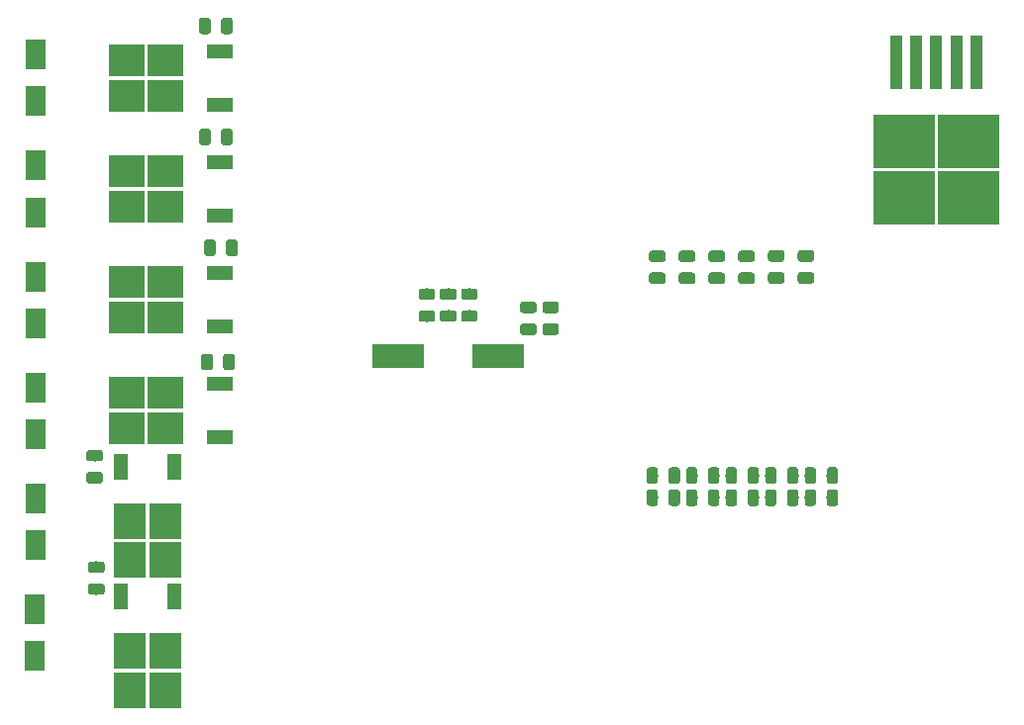
<source format=gbr>
G04 #@! TF.GenerationSoftware,KiCad,Pcbnew,(5.1.4)-1*
G04 #@! TF.CreationDate,2020-03-23T02:22:33+01:00*
G04 #@! TF.ProjectId,stm32f446_actuators,73746d33-3266-4343-9436-5f6163747561,rev?*
G04 #@! TF.SameCoordinates,Original*
G04 #@! TF.FileFunction,Paste,Bot*
G04 #@! TF.FilePolarity,Positive*
%FSLAX46Y46*%
G04 Gerber Fmt 4.6, Leading zero omitted, Abs format (unit mm)*
G04 Created by KiCad (PCBNEW (5.1.4)-1) date 2020-03-23 02:22:33*
%MOMM*%
%LPD*%
G04 APERTURE LIST*
%ADD10C,0.100000*%
%ADD11C,0.975000*%
%ADD12R,2.750000X3.050000*%
%ADD13R,1.200000X2.200000*%
%ADD14R,3.050000X2.750000*%
%ADD15R,2.200000X1.200000*%
%ADD16R,1.800000X2.500000*%
%ADD17R,1.100000X4.600000*%
%ADD18R,5.250000X4.550000*%
%ADD19R,4.500000X2.000000*%
G04 APERTURE END LIST*
D10*
G36*
X60474942Y-102665374D02*
G01*
X60498603Y-102668884D01*
X60521807Y-102674696D01*
X60544329Y-102682754D01*
X60565953Y-102692982D01*
X60586470Y-102705279D01*
X60605683Y-102719529D01*
X60623407Y-102735593D01*
X60639471Y-102753317D01*
X60653721Y-102772530D01*
X60666018Y-102793047D01*
X60676246Y-102814671D01*
X60684304Y-102837193D01*
X60690116Y-102860397D01*
X60693626Y-102884058D01*
X60694800Y-102907950D01*
X60694800Y-103395450D01*
X60693626Y-103419342D01*
X60690116Y-103443003D01*
X60684304Y-103466207D01*
X60676246Y-103488729D01*
X60666018Y-103510353D01*
X60653721Y-103530870D01*
X60639471Y-103550083D01*
X60623407Y-103567807D01*
X60605683Y-103583871D01*
X60586470Y-103598121D01*
X60565953Y-103610418D01*
X60544329Y-103620646D01*
X60521807Y-103628704D01*
X60498603Y-103634516D01*
X60474942Y-103638026D01*
X60451050Y-103639200D01*
X59538550Y-103639200D01*
X59514658Y-103638026D01*
X59490997Y-103634516D01*
X59467793Y-103628704D01*
X59445271Y-103620646D01*
X59423647Y-103610418D01*
X59403130Y-103598121D01*
X59383917Y-103583871D01*
X59366193Y-103567807D01*
X59350129Y-103550083D01*
X59335879Y-103530870D01*
X59323582Y-103510353D01*
X59313354Y-103488729D01*
X59305296Y-103466207D01*
X59299484Y-103443003D01*
X59295974Y-103419342D01*
X59294800Y-103395450D01*
X59294800Y-102907950D01*
X59295974Y-102884058D01*
X59299484Y-102860397D01*
X59305296Y-102837193D01*
X59313354Y-102814671D01*
X59323582Y-102793047D01*
X59335879Y-102772530D01*
X59350129Y-102753317D01*
X59366193Y-102735593D01*
X59383917Y-102719529D01*
X59403130Y-102705279D01*
X59423647Y-102692982D01*
X59445271Y-102682754D01*
X59467793Y-102674696D01*
X59490997Y-102668884D01*
X59514658Y-102665374D01*
X59538550Y-102664200D01*
X60451050Y-102664200D01*
X60474942Y-102665374D01*
X60474942Y-102665374D01*
G37*
D11*
X59994800Y-103151700D03*
D10*
G36*
X60474942Y-104540374D02*
G01*
X60498603Y-104543884D01*
X60521807Y-104549696D01*
X60544329Y-104557754D01*
X60565953Y-104567982D01*
X60586470Y-104580279D01*
X60605683Y-104594529D01*
X60623407Y-104610593D01*
X60639471Y-104628317D01*
X60653721Y-104647530D01*
X60666018Y-104668047D01*
X60676246Y-104689671D01*
X60684304Y-104712193D01*
X60690116Y-104735397D01*
X60693626Y-104759058D01*
X60694800Y-104782950D01*
X60694800Y-105270450D01*
X60693626Y-105294342D01*
X60690116Y-105318003D01*
X60684304Y-105341207D01*
X60676246Y-105363729D01*
X60666018Y-105385353D01*
X60653721Y-105405870D01*
X60639471Y-105425083D01*
X60623407Y-105442807D01*
X60605683Y-105458871D01*
X60586470Y-105473121D01*
X60565953Y-105485418D01*
X60544329Y-105495646D01*
X60521807Y-105503704D01*
X60498603Y-105509516D01*
X60474942Y-105513026D01*
X60451050Y-105514200D01*
X59538550Y-105514200D01*
X59514658Y-105513026D01*
X59490997Y-105509516D01*
X59467793Y-105503704D01*
X59445271Y-105495646D01*
X59423647Y-105485418D01*
X59403130Y-105473121D01*
X59383917Y-105458871D01*
X59366193Y-105442807D01*
X59350129Y-105425083D01*
X59335879Y-105405870D01*
X59323582Y-105385353D01*
X59313354Y-105363729D01*
X59305296Y-105341207D01*
X59299484Y-105318003D01*
X59295974Y-105294342D01*
X59294800Y-105270450D01*
X59294800Y-104782950D01*
X59295974Y-104759058D01*
X59299484Y-104735397D01*
X59305296Y-104712193D01*
X59313354Y-104689671D01*
X59323582Y-104668047D01*
X59335879Y-104647530D01*
X59350129Y-104628317D01*
X59366193Y-104610593D01*
X59383917Y-104594529D01*
X59403130Y-104580279D01*
X59423647Y-104567982D01*
X59445271Y-104557754D01*
X59467793Y-104549696D01*
X59490997Y-104543884D01*
X59514658Y-104540374D01*
X59538550Y-104539200D01*
X60451050Y-104539200D01*
X60474942Y-104540374D01*
X60474942Y-104540374D01*
G37*
D11*
X59994800Y-105026700D03*
D10*
G36*
X60322542Y-93114974D02*
G01*
X60346203Y-93118484D01*
X60369407Y-93124296D01*
X60391929Y-93132354D01*
X60413553Y-93142582D01*
X60434070Y-93154879D01*
X60453283Y-93169129D01*
X60471007Y-93185193D01*
X60487071Y-93202917D01*
X60501321Y-93222130D01*
X60513618Y-93242647D01*
X60523846Y-93264271D01*
X60531904Y-93286793D01*
X60537716Y-93309997D01*
X60541226Y-93333658D01*
X60542400Y-93357550D01*
X60542400Y-93845050D01*
X60541226Y-93868942D01*
X60537716Y-93892603D01*
X60531904Y-93915807D01*
X60523846Y-93938329D01*
X60513618Y-93959953D01*
X60501321Y-93980470D01*
X60487071Y-93999683D01*
X60471007Y-94017407D01*
X60453283Y-94033471D01*
X60434070Y-94047721D01*
X60413553Y-94060018D01*
X60391929Y-94070246D01*
X60369407Y-94078304D01*
X60346203Y-94084116D01*
X60322542Y-94087626D01*
X60298650Y-94088800D01*
X59386150Y-94088800D01*
X59362258Y-94087626D01*
X59338597Y-94084116D01*
X59315393Y-94078304D01*
X59292871Y-94070246D01*
X59271247Y-94060018D01*
X59250730Y-94047721D01*
X59231517Y-94033471D01*
X59213793Y-94017407D01*
X59197729Y-93999683D01*
X59183479Y-93980470D01*
X59171182Y-93959953D01*
X59160954Y-93938329D01*
X59152896Y-93915807D01*
X59147084Y-93892603D01*
X59143574Y-93868942D01*
X59142400Y-93845050D01*
X59142400Y-93357550D01*
X59143574Y-93333658D01*
X59147084Y-93309997D01*
X59152896Y-93286793D01*
X59160954Y-93264271D01*
X59171182Y-93242647D01*
X59183479Y-93222130D01*
X59197729Y-93202917D01*
X59213793Y-93185193D01*
X59231517Y-93169129D01*
X59250730Y-93154879D01*
X59271247Y-93142582D01*
X59292871Y-93132354D01*
X59315393Y-93124296D01*
X59338597Y-93118484D01*
X59362258Y-93114974D01*
X59386150Y-93113800D01*
X60298650Y-93113800D01*
X60322542Y-93114974D01*
X60322542Y-93114974D01*
G37*
D11*
X59842400Y-93601300D03*
D10*
G36*
X60322542Y-94989974D02*
G01*
X60346203Y-94993484D01*
X60369407Y-94999296D01*
X60391929Y-95007354D01*
X60413553Y-95017582D01*
X60434070Y-95029879D01*
X60453283Y-95044129D01*
X60471007Y-95060193D01*
X60487071Y-95077917D01*
X60501321Y-95097130D01*
X60513618Y-95117647D01*
X60523846Y-95139271D01*
X60531904Y-95161793D01*
X60537716Y-95184997D01*
X60541226Y-95208658D01*
X60542400Y-95232550D01*
X60542400Y-95720050D01*
X60541226Y-95743942D01*
X60537716Y-95767603D01*
X60531904Y-95790807D01*
X60523846Y-95813329D01*
X60513618Y-95834953D01*
X60501321Y-95855470D01*
X60487071Y-95874683D01*
X60471007Y-95892407D01*
X60453283Y-95908471D01*
X60434070Y-95922721D01*
X60413553Y-95935018D01*
X60391929Y-95945246D01*
X60369407Y-95953304D01*
X60346203Y-95959116D01*
X60322542Y-95962626D01*
X60298650Y-95963800D01*
X59386150Y-95963800D01*
X59362258Y-95962626D01*
X59338597Y-95959116D01*
X59315393Y-95953304D01*
X59292871Y-95945246D01*
X59271247Y-95935018D01*
X59250730Y-95922721D01*
X59231517Y-95908471D01*
X59213793Y-95892407D01*
X59197729Y-95874683D01*
X59183479Y-95855470D01*
X59171182Y-95834953D01*
X59160954Y-95813329D01*
X59152896Y-95790807D01*
X59147084Y-95767603D01*
X59143574Y-95743942D01*
X59142400Y-95720050D01*
X59142400Y-95232550D01*
X59143574Y-95208658D01*
X59147084Y-95184997D01*
X59152896Y-95161793D01*
X59160954Y-95139271D01*
X59171182Y-95117647D01*
X59183479Y-95097130D01*
X59197729Y-95077917D01*
X59213793Y-95060193D01*
X59231517Y-95044129D01*
X59250730Y-95029879D01*
X59271247Y-95017582D01*
X59292871Y-95007354D01*
X59315393Y-94999296D01*
X59338597Y-94993484D01*
X59362258Y-94989974D01*
X59386150Y-94988800D01*
X60298650Y-94988800D01*
X60322542Y-94989974D01*
X60322542Y-94989974D01*
G37*
D11*
X59842400Y-95476300D03*
D10*
G36*
X69715842Y-84873774D02*
G01*
X69739503Y-84877284D01*
X69762707Y-84883096D01*
X69785229Y-84891154D01*
X69806853Y-84901382D01*
X69827370Y-84913679D01*
X69846583Y-84927929D01*
X69864307Y-84943993D01*
X69880371Y-84961717D01*
X69894621Y-84980930D01*
X69906918Y-85001447D01*
X69917146Y-85023071D01*
X69925204Y-85045593D01*
X69931016Y-85068797D01*
X69934526Y-85092458D01*
X69935700Y-85116350D01*
X69935700Y-86028850D01*
X69934526Y-86052742D01*
X69931016Y-86076403D01*
X69925204Y-86099607D01*
X69917146Y-86122129D01*
X69906918Y-86143753D01*
X69894621Y-86164270D01*
X69880371Y-86183483D01*
X69864307Y-86201207D01*
X69846583Y-86217271D01*
X69827370Y-86231521D01*
X69806853Y-86243818D01*
X69785229Y-86254046D01*
X69762707Y-86262104D01*
X69739503Y-86267916D01*
X69715842Y-86271426D01*
X69691950Y-86272600D01*
X69204450Y-86272600D01*
X69180558Y-86271426D01*
X69156897Y-86267916D01*
X69133693Y-86262104D01*
X69111171Y-86254046D01*
X69089547Y-86243818D01*
X69069030Y-86231521D01*
X69049817Y-86217271D01*
X69032093Y-86201207D01*
X69016029Y-86183483D01*
X69001779Y-86164270D01*
X68989482Y-86143753D01*
X68979254Y-86122129D01*
X68971196Y-86099607D01*
X68965384Y-86076403D01*
X68961874Y-86052742D01*
X68960700Y-86028850D01*
X68960700Y-85116350D01*
X68961874Y-85092458D01*
X68965384Y-85068797D01*
X68971196Y-85045593D01*
X68979254Y-85023071D01*
X68989482Y-85001447D01*
X69001779Y-84980930D01*
X69016029Y-84961717D01*
X69032093Y-84943993D01*
X69049817Y-84927929D01*
X69069030Y-84913679D01*
X69089547Y-84901382D01*
X69111171Y-84891154D01*
X69133693Y-84883096D01*
X69156897Y-84877284D01*
X69180558Y-84873774D01*
X69204450Y-84872600D01*
X69691950Y-84872600D01*
X69715842Y-84873774D01*
X69715842Y-84873774D01*
G37*
D11*
X69448200Y-85572600D03*
D10*
G36*
X71590842Y-84873774D02*
G01*
X71614503Y-84877284D01*
X71637707Y-84883096D01*
X71660229Y-84891154D01*
X71681853Y-84901382D01*
X71702370Y-84913679D01*
X71721583Y-84927929D01*
X71739307Y-84943993D01*
X71755371Y-84961717D01*
X71769621Y-84980930D01*
X71781918Y-85001447D01*
X71792146Y-85023071D01*
X71800204Y-85045593D01*
X71806016Y-85068797D01*
X71809526Y-85092458D01*
X71810700Y-85116350D01*
X71810700Y-86028850D01*
X71809526Y-86052742D01*
X71806016Y-86076403D01*
X71800204Y-86099607D01*
X71792146Y-86122129D01*
X71781918Y-86143753D01*
X71769621Y-86164270D01*
X71755371Y-86183483D01*
X71739307Y-86201207D01*
X71721583Y-86217271D01*
X71702370Y-86231521D01*
X71681853Y-86243818D01*
X71660229Y-86254046D01*
X71637707Y-86262104D01*
X71614503Y-86267916D01*
X71590842Y-86271426D01*
X71566950Y-86272600D01*
X71079450Y-86272600D01*
X71055558Y-86271426D01*
X71031897Y-86267916D01*
X71008693Y-86262104D01*
X70986171Y-86254046D01*
X70964547Y-86243818D01*
X70944030Y-86231521D01*
X70924817Y-86217271D01*
X70907093Y-86201207D01*
X70891029Y-86183483D01*
X70876779Y-86164270D01*
X70864482Y-86143753D01*
X70854254Y-86122129D01*
X70846196Y-86099607D01*
X70840384Y-86076403D01*
X70836874Y-86052742D01*
X70835700Y-86028850D01*
X70835700Y-85116350D01*
X70836874Y-85092458D01*
X70840384Y-85068797D01*
X70846196Y-85045593D01*
X70854254Y-85023071D01*
X70864482Y-85001447D01*
X70876779Y-84980930D01*
X70891029Y-84961717D01*
X70907093Y-84943993D01*
X70924817Y-84927929D01*
X70944030Y-84913679D01*
X70964547Y-84901382D01*
X70986171Y-84891154D01*
X71008693Y-84883096D01*
X71031897Y-84877284D01*
X71055558Y-84873774D01*
X71079450Y-84872600D01*
X71566950Y-84872600D01*
X71590842Y-84873774D01*
X71590842Y-84873774D01*
G37*
D11*
X71323200Y-85572600D03*
D10*
G36*
X69967542Y-75120174D02*
G01*
X69991203Y-75123684D01*
X70014407Y-75129496D01*
X70036929Y-75137554D01*
X70058553Y-75147782D01*
X70079070Y-75160079D01*
X70098283Y-75174329D01*
X70116007Y-75190393D01*
X70132071Y-75208117D01*
X70146321Y-75227330D01*
X70158618Y-75247847D01*
X70168846Y-75269471D01*
X70176904Y-75291993D01*
X70182716Y-75315197D01*
X70186226Y-75338858D01*
X70187400Y-75362750D01*
X70187400Y-76275250D01*
X70186226Y-76299142D01*
X70182716Y-76322803D01*
X70176904Y-76346007D01*
X70168846Y-76368529D01*
X70158618Y-76390153D01*
X70146321Y-76410670D01*
X70132071Y-76429883D01*
X70116007Y-76447607D01*
X70098283Y-76463671D01*
X70079070Y-76477921D01*
X70058553Y-76490218D01*
X70036929Y-76500446D01*
X70014407Y-76508504D01*
X69991203Y-76514316D01*
X69967542Y-76517826D01*
X69943650Y-76519000D01*
X69456150Y-76519000D01*
X69432258Y-76517826D01*
X69408597Y-76514316D01*
X69385393Y-76508504D01*
X69362871Y-76500446D01*
X69341247Y-76490218D01*
X69320730Y-76477921D01*
X69301517Y-76463671D01*
X69283793Y-76447607D01*
X69267729Y-76429883D01*
X69253479Y-76410670D01*
X69241182Y-76390153D01*
X69230954Y-76368529D01*
X69222896Y-76346007D01*
X69217084Y-76322803D01*
X69213574Y-76299142D01*
X69212400Y-76275250D01*
X69212400Y-75362750D01*
X69213574Y-75338858D01*
X69217084Y-75315197D01*
X69222896Y-75291993D01*
X69230954Y-75269471D01*
X69241182Y-75247847D01*
X69253479Y-75227330D01*
X69267729Y-75208117D01*
X69283793Y-75190393D01*
X69301517Y-75174329D01*
X69320730Y-75160079D01*
X69341247Y-75147782D01*
X69362871Y-75137554D01*
X69385393Y-75129496D01*
X69408597Y-75123684D01*
X69432258Y-75120174D01*
X69456150Y-75119000D01*
X69943650Y-75119000D01*
X69967542Y-75120174D01*
X69967542Y-75120174D01*
G37*
D11*
X69699900Y-75819000D03*
D10*
G36*
X71842542Y-75120174D02*
G01*
X71866203Y-75123684D01*
X71889407Y-75129496D01*
X71911929Y-75137554D01*
X71933553Y-75147782D01*
X71954070Y-75160079D01*
X71973283Y-75174329D01*
X71991007Y-75190393D01*
X72007071Y-75208117D01*
X72021321Y-75227330D01*
X72033618Y-75247847D01*
X72043846Y-75269471D01*
X72051904Y-75291993D01*
X72057716Y-75315197D01*
X72061226Y-75338858D01*
X72062400Y-75362750D01*
X72062400Y-76275250D01*
X72061226Y-76299142D01*
X72057716Y-76322803D01*
X72051904Y-76346007D01*
X72043846Y-76368529D01*
X72033618Y-76390153D01*
X72021321Y-76410670D01*
X72007071Y-76429883D01*
X71991007Y-76447607D01*
X71973283Y-76463671D01*
X71954070Y-76477921D01*
X71933553Y-76490218D01*
X71911929Y-76500446D01*
X71889407Y-76508504D01*
X71866203Y-76514316D01*
X71842542Y-76517826D01*
X71818650Y-76519000D01*
X71331150Y-76519000D01*
X71307258Y-76517826D01*
X71283597Y-76514316D01*
X71260393Y-76508504D01*
X71237871Y-76500446D01*
X71216247Y-76490218D01*
X71195730Y-76477921D01*
X71176517Y-76463671D01*
X71158793Y-76447607D01*
X71142729Y-76429883D01*
X71128479Y-76410670D01*
X71116182Y-76390153D01*
X71105954Y-76368529D01*
X71097896Y-76346007D01*
X71092084Y-76322803D01*
X71088574Y-76299142D01*
X71087400Y-76275250D01*
X71087400Y-75362750D01*
X71088574Y-75338858D01*
X71092084Y-75315197D01*
X71097896Y-75291993D01*
X71105954Y-75269471D01*
X71116182Y-75247847D01*
X71128479Y-75227330D01*
X71142729Y-75208117D01*
X71158793Y-75190393D01*
X71176517Y-75174329D01*
X71195730Y-75160079D01*
X71216247Y-75147782D01*
X71237871Y-75137554D01*
X71260393Y-75129496D01*
X71283597Y-75123684D01*
X71307258Y-75120174D01*
X71331150Y-75119000D01*
X71818650Y-75119000D01*
X71842542Y-75120174D01*
X71842542Y-75120174D01*
G37*
D11*
X71574900Y-75819000D03*
D10*
G36*
X69535742Y-65620574D02*
G01*
X69559403Y-65624084D01*
X69582607Y-65629896D01*
X69605129Y-65637954D01*
X69626753Y-65648182D01*
X69647270Y-65660479D01*
X69666483Y-65674729D01*
X69684207Y-65690793D01*
X69700271Y-65708517D01*
X69714521Y-65727730D01*
X69726818Y-65748247D01*
X69737046Y-65769871D01*
X69745104Y-65792393D01*
X69750916Y-65815597D01*
X69754426Y-65839258D01*
X69755600Y-65863150D01*
X69755600Y-66775650D01*
X69754426Y-66799542D01*
X69750916Y-66823203D01*
X69745104Y-66846407D01*
X69737046Y-66868929D01*
X69726818Y-66890553D01*
X69714521Y-66911070D01*
X69700271Y-66930283D01*
X69684207Y-66948007D01*
X69666483Y-66964071D01*
X69647270Y-66978321D01*
X69626753Y-66990618D01*
X69605129Y-67000846D01*
X69582607Y-67008904D01*
X69559403Y-67014716D01*
X69535742Y-67018226D01*
X69511850Y-67019400D01*
X69024350Y-67019400D01*
X69000458Y-67018226D01*
X68976797Y-67014716D01*
X68953593Y-67008904D01*
X68931071Y-67000846D01*
X68909447Y-66990618D01*
X68888930Y-66978321D01*
X68869717Y-66964071D01*
X68851993Y-66948007D01*
X68835929Y-66930283D01*
X68821679Y-66911070D01*
X68809382Y-66890553D01*
X68799154Y-66868929D01*
X68791096Y-66846407D01*
X68785284Y-66823203D01*
X68781774Y-66799542D01*
X68780600Y-66775650D01*
X68780600Y-65863150D01*
X68781774Y-65839258D01*
X68785284Y-65815597D01*
X68791096Y-65792393D01*
X68799154Y-65769871D01*
X68809382Y-65748247D01*
X68821679Y-65727730D01*
X68835929Y-65708517D01*
X68851993Y-65690793D01*
X68869717Y-65674729D01*
X68888930Y-65660479D01*
X68909447Y-65648182D01*
X68931071Y-65637954D01*
X68953593Y-65629896D01*
X68976797Y-65624084D01*
X69000458Y-65620574D01*
X69024350Y-65619400D01*
X69511850Y-65619400D01*
X69535742Y-65620574D01*
X69535742Y-65620574D01*
G37*
D11*
X69268100Y-66319400D03*
D10*
G36*
X71410742Y-65620574D02*
G01*
X71434403Y-65624084D01*
X71457607Y-65629896D01*
X71480129Y-65637954D01*
X71501753Y-65648182D01*
X71522270Y-65660479D01*
X71541483Y-65674729D01*
X71559207Y-65690793D01*
X71575271Y-65708517D01*
X71589521Y-65727730D01*
X71601818Y-65748247D01*
X71612046Y-65769871D01*
X71620104Y-65792393D01*
X71625916Y-65815597D01*
X71629426Y-65839258D01*
X71630600Y-65863150D01*
X71630600Y-66775650D01*
X71629426Y-66799542D01*
X71625916Y-66823203D01*
X71620104Y-66846407D01*
X71612046Y-66868929D01*
X71601818Y-66890553D01*
X71589521Y-66911070D01*
X71575271Y-66930283D01*
X71559207Y-66948007D01*
X71541483Y-66964071D01*
X71522270Y-66978321D01*
X71501753Y-66990618D01*
X71480129Y-67000846D01*
X71457607Y-67008904D01*
X71434403Y-67014716D01*
X71410742Y-67018226D01*
X71386850Y-67019400D01*
X70899350Y-67019400D01*
X70875458Y-67018226D01*
X70851797Y-67014716D01*
X70828593Y-67008904D01*
X70806071Y-67000846D01*
X70784447Y-66990618D01*
X70763930Y-66978321D01*
X70744717Y-66964071D01*
X70726993Y-66948007D01*
X70710929Y-66930283D01*
X70696679Y-66911070D01*
X70684382Y-66890553D01*
X70674154Y-66868929D01*
X70666096Y-66846407D01*
X70660284Y-66823203D01*
X70656774Y-66799542D01*
X70655600Y-66775650D01*
X70655600Y-65863150D01*
X70656774Y-65839258D01*
X70660284Y-65815597D01*
X70666096Y-65792393D01*
X70674154Y-65769871D01*
X70684382Y-65748247D01*
X70696679Y-65727730D01*
X70710929Y-65708517D01*
X70726993Y-65690793D01*
X70744717Y-65674729D01*
X70763930Y-65660479D01*
X70784447Y-65648182D01*
X70806071Y-65637954D01*
X70828593Y-65629896D01*
X70851797Y-65624084D01*
X70875458Y-65620574D01*
X70899350Y-65619400D01*
X71386850Y-65619400D01*
X71410742Y-65620574D01*
X71410742Y-65620574D01*
G37*
D11*
X71143100Y-66319400D03*
D10*
G36*
X69535742Y-56120974D02*
G01*
X69559403Y-56124484D01*
X69582607Y-56130296D01*
X69605129Y-56138354D01*
X69626753Y-56148582D01*
X69647270Y-56160879D01*
X69666483Y-56175129D01*
X69684207Y-56191193D01*
X69700271Y-56208917D01*
X69714521Y-56228130D01*
X69726818Y-56248647D01*
X69737046Y-56270271D01*
X69745104Y-56292793D01*
X69750916Y-56315997D01*
X69754426Y-56339658D01*
X69755600Y-56363550D01*
X69755600Y-57276050D01*
X69754426Y-57299942D01*
X69750916Y-57323603D01*
X69745104Y-57346807D01*
X69737046Y-57369329D01*
X69726818Y-57390953D01*
X69714521Y-57411470D01*
X69700271Y-57430683D01*
X69684207Y-57448407D01*
X69666483Y-57464471D01*
X69647270Y-57478721D01*
X69626753Y-57491018D01*
X69605129Y-57501246D01*
X69582607Y-57509304D01*
X69559403Y-57515116D01*
X69535742Y-57518626D01*
X69511850Y-57519800D01*
X69024350Y-57519800D01*
X69000458Y-57518626D01*
X68976797Y-57515116D01*
X68953593Y-57509304D01*
X68931071Y-57501246D01*
X68909447Y-57491018D01*
X68888930Y-57478721D01*
X68869717Y-57464471D01*
X68851993Y-57448407D01*
X68835929Y-57430683D01*
X68821679Y-57411470D01*
X68809382Y-57390953D01*
X68799154Y-57369329D01*
X68791096Y-57346807D01*
X68785284Y-57323603D01*
X68781774Y-57299942D01*
X68780600Y-57276050D01*
X68780600Y-56363550D01*
X68781774Y-56339658D01*
X68785284Y-56315997D01*
X68791096Y-56292793D01*
X68799154Y-56270271D01*
X68809382Y-56248647D01*
X68821679Y-56228130D01*
X68835929Y-56208917D01*
X68851993Y-56191193D01*
X68869717Y-56175129D01*
X68888930Y-56160879D01*
X68909447Y-56148582D01*
X68931071Y-56138354D01*
X68953593Y-56130296D01*
X68976797Y-56124484D01*
X69000458Y-56120974D01*
X69024350Y-56119800D01*
X69511850Y-56119800D01*
X69535742Y-56120974D01*
X69535742Y-56120974D01*
G37*
D11*
X69268100Y-56819800D03*
D10*
G36*
X71410742Y-56120974D02*
G01*
X71434403Y-56124484D01*
X71457607Y-56130296D01*
X71480129Y-56138354D01*
X71501753Y-56148582D01*
X71522270Y-56160879D01*
X71541483Y-56175129D01*
X71559207Y-56191193D01*
X71575271Y-56208917D01*
X71589521Y-56228130D01*
X71601818Y-56248647D01*
X71612046Y-56270271D01*
X71620104Y-56292793D01*
X71625916Y-56315997D01*
X71629426Y-56339658D01*
X71630600Y-56363550D01*
X71630600Y-57276050D01*
X71629426Y-57299942D01*
X71625916Y-57323603D01*
X71620104Y-57346807D01*
X71612046Y-57369329D01*
X71601818Y-57390953D01*
X71589521Y-57411470D01*
X71575271Y-57430683D01*
X71559207Y-57448407D01*
X71541483Y-57464471D01*
X71522270Y-57478721D01*
X71501753Y-57491018D01*
X71480129Y-57501246D01*
X71457607Y-57509304D01*
X71434403Y-57515116D01*
X71410742Y-57518626D01*
X71386850Y-57519800D01*
X70899350Y-57519800D01*
X70875458Y-57518626D01*
X70851797Y-57515116D01*
X70828593Y-57509304D01*
X70806071Y-57501246D01*
X70784447Y-57491018D01*
X70763930Y-57478721D01*
X70744717Y-57464471D01*
X70726993Y-57448407D01*
X70710929Y-57430683D01*
X70696679Y-57411470D01*
X70684382Y-57390953D01*
X70674154Y-57369329D01*
X70666096Y-57346807D01*
X70660284Y-57323603D01*
X70656774Y-57299942D01*
X70655600Y-57276050D01*
X70655600Y-56363550D01*
X70656774Y-56339658D01*
X70660284Y-56315997D01*
X70666096Y-56292793D01*
X70674154Y-56270271D01*
X70684382Y-56248647D01*
X70696679Y-56228130D01*
X70710929Y-56208917D01*
X70726993Y-56191193D01*
X70744717Y-56175129D01*
X70763930Y-56160879D01*
X70784447Y-56148582D01*
X70806071Y-56138354D01*
X70828593Y-56130296D01*
X70851797Y-56124484D01*
X70875458Y-56120974D01*
X70899350Y-56119800D01*
X71386850Y-56119800D01*
X71410742Y-56120974D01*
X71410742Y-56120974D01*
G37*
D11*
X71143100Y-56819800D03*
D12*
X65863200Y-110305400D03*
X62813200Y-113655400D03*
X62813200Y-110305400D03*
X65863200Y-113655400D03*
D13*
X66618200Y-105680400D03*
X62058200Y-105680400D03*
D12*
X65863200Y-99205600D03*
X62813200Y-102555600D03*
X62813200Y-99205600D03*
X65863200Y-102555600D03*
D13*
X66618200Y-94580600D03*
X62058200Y-94580600D03*
D14*
X65919800Y-91288600D03*
X62569800Y-88238600D03*
X65919800Y-88238600D03*
X62569800Y-91288600D03*
D15*
X70544800Y-92043600D03*
X70544800Y-87483600D03*
D14*
X65919800Y-81789000D03*
X62569800Y-78739000D03*
X65919800Y-78739000D03*
X62569800Y-81789000D03*
D15*
X70544800Y-82544000D03*
X70544800Y-77984000D03*
D14*
X65919800Y-72289400D03*
X62569800Y-69239400D03*
X65919800Y-69239400D03*
X62569800Y-72289400D03*
D15*
X70544800Y-73044400D03*
X70544800Y-68484400D03*
D14*
X65919800Y-62789800D03*
X62569800Y-59739800D03*
X65919800Y-59739800D03*
X62569800Y-62789800D03*
D15*
X70544800Y-63544800D03*
X70544800Y-58984800D03*
D16*
X54737000Y-106737400D03*
X54737000Y-110737400D03*
X54762400Y-97237800D03*
X54762400Y-101237800D03*
X54762400Y-87763600D03*
X54762400Y-91763600D03*
X54762400Y-78264000D03*
X54762400Y-82264000D03*
X54762400Y-68764400D03*
X54762400Y-72764400D03*
X54762400Y-59264800D03*
X54762400Y-63264800D03*
D17*
X128400600Y-59960200D03*
X130100600Y-59960200D03*
X131800600Y-59960200D03*
X133500600Y-59960200D03*
X135200600Y-59960200D03*
D18*
X134575600Y-71535200D03*
X129025600Y-66685200D03*
X129025600Y-71535200D03*
X134575600Y-66685200D03*
D10*
G36*
X92345542Y-81155674D02*
G01*
X92369203Y-81159184D01*
X92392407Y-81164996D01*
X92414929Y-81173054D01*
X92436553Y-81183282D01*
X92457070Y-81195579D01*
X92476283Y-81209829D01*
X92494007Y-81225893D01*
X92510071Y-81243617D01*
X92524321Y-81262830D01*
X92536618Y-81283347D01*
X92546846Y-81304971D01*
X92554904Y-81327493D01*
X92560716Y-81350697D01*
X92564226Y-81374358D01*
X92565400Y-81398250D01*
X92565400Y-81885750D01*
X92564226Y-81909642D01*
X92560716Y-81933303D01*
X92554904Y-81956507D01*
X92546846Y-81979029D01*
X92536618Y-82000653D01*
X92524321Y-82021170D01*
X92510071Y-82040383D01*
X92494007Y-82058107D01*
X92476283Y-82074171D01*
X92457070Y-82088421D01*
X92436553Y-82100718D01*
X92414929Y-82110946D01*
X92392407Y-82119004D01*
X92369203Y-82124816D01*
X92345542Y-82128326D01*
X92321650Y-82129500D01*
X91409150Y-82129500D01*
X91385258Y-82128326D01*
X91361597Y-82124816D01*
X91338393Y-82119004D01*
X91315871Y-82110946D01*
X91294247Y-82100718D01*
X91273730Y-82088421D01*
X91254517Y-82074171D01*
X91236793Y-82058107D01*
X91220729Y-82040383D01*
X91206479Y-82021170D01*
X91194182Y-82000653D01*
X91183954Y-81979029D01*
X91175896Y-81956507D01*
X91170084Y-81933303D01*
X91166574Y-81909642D01*
X91165400Y-81885750D01*
X91165400Y-81398250D01*
X91166574Y-81374358D01*
X91170084Y-81350697D01*
X91175896Y-81327493D01*
X91183954Y-81304971D01*
X91194182Y-81283347D01*
X91206479Y-81262830D01*
X91220729Y-81243617D01*
X91236793Y-81225893D01*
X91254517Y-81209829D01*
X91273730Y-81195579D01*
X91294247Y-81183282D01*
X91315871Y-81173054D01*
X91338393Y-81164996D01*
X91361597Y-81159184D01*
X91385258Y-81155674D01*
X91409150Y-81154500D01*
X92321650Y-81154500D01*
X92345542Y-81155674D01*
X92345542Y-81155674D01*
G37*
D11*
X91865400Y-81642000D03*
D10*
G36*
X92345542Y-79280674D02*
G01*
X92369203Y-79284184D01*
X92392407Y-79289996D01*
X92414929Y-79298054D01*
X92436553Y-79308282D01*
X92457070Y-79320579D01*
X92476283Y-79334829D01*
X92494007Y-79350893D01*
X92510071Y-79368617D01*
X92524321Y-79387830D01*
X92536618Y-79408347D01*
X92546846Y-79429971D01*
X92554904Y-79452493D01*
X92560716Y-79475697D01*
X92564226Y-79499358D01*
X92565400Y-79523250D01*
X92565400Y-80010750D01*
X92564226Y-80034642D01*
X92560716Y-80058303D01*
X92554904Y-80081507D01*
X92546846Y-80104029D01*
X92536618Y-80125653D01*
X92524321Y-80146170D01*
X92510071Y-80165383D01*
X92494007Y-80183107D01*
X92476283Y-80199171D01*
X92457070Y-80213421D01*
X92436553Y-80225718D01*
X92414929Y-80235946D01*
X92392407Y-80244004D01*
X92369203Y-80249816D01*
X92345542Y-80253326D01*
X92321650Y-80254500D01*
X91409150Y-80254500D01*
X91385258Y-80253326D01*
X91361597Y-80249816D01*
X91338393Y-80244004D01*
X91315871Y-80235946D01*
X91294247Y-80225718D01*
X91273730Y-80213421D01*
X91254517Y-80199171D01*
X91236793Y-80183107D01*
X91220729Y-80165383D01*
X91206479Y-80146170D01*
X91194182Y-80125653D01*
X91183954Y-80104029D01*
X91175896Y-80081507D01*
X91170084Y-80058303D01*
X91166574Y-80034642D01*
X91165400Y-80010750D01*
X91165400Y-79523250D01*
X91166574Y-79499358D01*
X91170084Y-79475697D01*
X91175896Y-79452493D01*
X91183954Y-79429971D01*
X91194182Y-79408347D01*
X91206479Y-79387830D01*
X91220729Y-79368617D01*
X91236793Y-79350893D01*
X91254517Y-79334829D01*
X91273730Y-79320579D01*
X91294247Y-79308282D01*
X91315871Y-79298054D01*
X91338393Y-79289996D01*
X91361597Y-79284184D01*
X91385258Y-79280674D01*
X91409150Y-79279500D01*
X92321650Y-79279500D01*
X92345542Y-79280674D01*
X92345542Y-79280674D01*
G37*
D11*
X91865400Y-79767000D03*
D10*
G36*
X88719742Y-79297374D02*
G01*
X88743403Y-79300884D01*
X88766607Y-79306696D01*
X88789129Y-79314754D01*
X88810753Y-79324982D01*
X88831270Y-79337279D01*
X88850483Y-79351529D01*
X88868207Y-79367593D01*
X88884271Y-79385317D01*
X88898521Y-79404530D01*
X88910818Y-79425047D01*
X88921046Y-79446671D01*
X88929104Y-79469193D01*
X88934916Y-79492397D01*
X88938426Y-79516058D01*
X88939600Y-79539950D01*
X88939600Y-80027450D01*
X88938426Y-80051342D01*
X88934916Y-80075003D01*
X88929104Y-80098207D01*
X88921046Y-80120729D01*
X88910818Y-80142353D01*
X88898521Y-80162870D01*
X88884271Y-80182083D01*
X88868207Y-80199807D01*
X88850483Y-80215871D01*
X88831270Y-80230121D01*
X88810753Y-80242418D01*
X88789129Y-80252646D01*
X88766607Y-80260704D01*
X88743403Y-80266516D01*
X88719742Y-80270026D01*
X88695850Y-80271200D01*
X87783350Y-80271200D01*
X87759458Y-80270026D01*
X87735797Y-80266516D01*
X87712593Y-80260704D01*
X87690071Y-80252646D01*
X87668447Y-80242418D01*
X87647930Y-80230121D01*
X87628717Y-80215871D01*
X87610993Y-80199807D01*
X87594929Y-80182083D01*
X87580679Y-80162870D01*
X87568382Y-80142353D01*
X87558154Y-80120729D01*
X87550096Y-80098207D01*
X87544284Y-80075003D01*
X87540774Y-80051342D01*
X87539600Y-80027450D01*
X87539600Y-79539950D01*
X87540774Y-79516058D01*
X87544284Y-79492397D01*
X87550096Y-79469193D01*
X87558154Y-79446671D01*
X87568382Y-79425047D01*
X87580679Y-79404530D01*
X87594929Y-79385317D01*
X87610993Y-79367593D01*
X87628717Y-79351529D01*
X87647930Y-79337279D01*
X87668447Y-79324982D01*
X87690071Y-79314754D01*
X87712593Y-79306696D01*
X87735797Y-79300884D01*
X87759458Y-79297374D01*
X87783350Y-79296200D01*
X88695850Y-79296200D01*
X88719742Y-79297374D01*
X88719742Y-79297374D01*
G37*
D11*
X88239600Y-79783700D03*
D10*
G36*
X88719742Y-81172374D02*
G01*
X88743403Y-81175884D01*
X88766607Y-81181696D01*
X88789129Y-81189754D01*
X88810753Y-81199982D01*
X88831270Y-81212279D01*
X88850483Y-81226529D01*
X88868207Y-81242593D01*
X88884271Y-81260317D01*
X88898521Y-81279530D01*
X88910818Y-81300047D01*
X88921046Y-81321671D01*
X88929104Y-81344193D01*
X88934916Y-81367397D01*
X88938426Y-81391058D01*
X88939600Y-81414950D01*
X88939600Y-81902450D01*
X88938426Y-81926342D01*
X88934916Y-81950003D01*
X88929104Y-81973207D01*
X88921046Y-81995729D01*
X88910818Y-82017353D01*
X88898521Y-82037870D01*
X88884271Y-82057083D01*
X88868207Y-82074807D01*
X88850483Y-82090871D01*
X88831270Y-82105121D01*
X88810753Y-82117418D01*
X88789129Y-82127646D01*
X88766607Y-82135704D01*
X88743403Y-82141516D01*
X88719742Y-82145026D01*
X88695850Y-82146200D01*
X87783350Y-82146200D01*
X87759458Y-82145026D01*
X87735797Y-82141516D01*
X87712593Y-82135704D01*
X87690071Y-82127646D01*
X87668447Y-82117418D01*
X87647930Y-82105121D01*
X87628717Y-82090871D01*
X87610993Y-82074807D01*
X87594929Y-82057083D01*
X87580679Y-82037870D01*
X87568382Y-82017353D01*
X87558154Y-81995729D01*
X87550096Y-81973207D01*
X87544284Y-81950003D01*
X87540774Y-81926342D01*
X87539600Y-81902450D01*
X87539600Y-81414950D01*
X87540774Y-81391058D01*
X87544284Y-81367397D01*
X87550096Y-81344193D01*
X87558154Y-81321671D01*
X87568382Y-81300047D01*
X87580679Y-81279530D01*
X87594929Y-81260317D01*
X87610993Y-81242593D01*
X87628717Y-81226529D01*
X87647930Y-81212279D01*
X87668447Y-81199982D01*
X87690071Y-81189754D01*
X87712593Y-81181696D01*
X87735797Y-81175884D01*
X87759458Y-81172374D01*
X87783350Y-81171200D01*
X88695850Y-81171200D01*
X88719742Y-81172374D01*
X88719742Y-81172374D01*
G37*
D11*
X88239600Y-81658700D03*
D10*
G36*
X90545542Y-79280674D02*
G01*
X90569203Y-79284184D01*
X90592407Y-79289996D01*
X90614929Y-79298054D01*
X90636553Y-79308282D01*
X90657070Y-79320579D01*
X90676283Y-79334829D01*
X90694007Y-79350893D01*
X90710071Y-79368617D01*
X90724321Y-79387830D01*
X90736618Y-79408347D01*
X90746846Y-79429971D01*
X90754904Y-79452493D01*
X90760716Y-79475697D01*
X90764226Y-79499358D01*
X90765400Y-79523250D01*
X90765400Y-80010750D01*
X90764226Y-80034642D01*
X90760716Y-80058303D01*
X90754904Y-80081507D01*
X90746846Y-80104029D01*
X90736618Y-80125653D01*
X90724321Y-80146170D01*
X90710071Y-80165383D01*
X90694007Y-80183107D01*
X90676283Y-80199171D01*
X90657070Y-80213421D01*
X90636553Y-80225718D01*
X90614929Y-80235946D01*
X90592407Y-80244004D01*
X90569203Y-80249816D01*
X90545542Y-80253326D01*
X90521650Y-80254500D01*
X89609150Y-80254500D01*
X89585258Y-80253326D01*
X89561597Y-80249816D01*
X89538393Y-80244004D01*
X89515871Y-80235946D01*
X89494247Y-80225718D01*
X89473730Y-80213421D01*
X89454517Y-80199171D01*
X89436793Y-80183107D01*
X89420729Y-80165383D01*
X89406479Y-80146170D01*
X89394182Y-80125653D01*
X89383954Y-80104029D01*
X89375896Y-80081507D01*
X89370084Y-80058303D01*
X89366574Y-80034642D01*
X89365400Y-80010750D01*
X89365400Y-79523250D01*
X89366574Y-79499358D01*
X89370084Y-79475697D01*
X89375896Y-79452493D01*
X89383954Y-79429971D01*
X89394182Y-79408347D01*
X89406479Y-79387830D01*
X89420729Y-79368617D01*
X89436793Y-79350893D01*
X89454517Y-79334829D01*
X89473730Y-79320579D01*
X89494247Y-79308282D01*
X89515871Y-79298054D01*
X89538393Y-79289996D01*
X89561597Y-79284184D01*
X89585258Y-79280674D01*
X89609150Y-79279500D01*
X90521650Y-79279500D01*
X90545542Y-79280674D01*
X90545542Y-79280674D01*
G37*
D11*
X90065400Y-79767000D03*
D10*
G36*
X90545542Y-81155674D02*
G01*
X90569203Y-81159184D01*
X90592407Y-81164996D01*
X90614929Y-81173054D01*
X90636553Y-81183282D01*
X90657070Y-81195579D01*
X90676283Y-81209829D01*
X90694007Y-81225893D01*
X90710071Y-81243617D01*
X90724321Y-81262830D01*
X90736618Y-81283347D01*
X90746846Y-81304971D01*
X90754904Y-81327493D01*
X90760716Y-81350697D01*
X90764226Y-81374358D01*
X90765400Y-81398250D01*
X90765400Y-81885750D01*
X90764226Y-81909642D01*
X90760716Y-81933303D01*
X90754904Y-81956507D01*
X90746846Y-81979029D01*
X90736618Y-82000653D01*
X90724321Y-82021170D01*
X90710071Y-82040383D01*
X90694007Y-82058107D01*
X90676283Y-82074171D01*
X90657070Y-82088421D01*
X90636553Y-82100718D01*
X90614929Y-82110946D01*
X90592407Y-82119004D01*
X90569203Y-82124816D01*
X90545542Y-82128326D01*
X90521650Y-82129500D01*
X89609150Y-82129500D01*
X89585258Y-82128326D01*
X89561597Y-82124816D01*
X89538393Y-82119004D01*
X89515871Y-82110946D01*
X89494247Y-82100718D01*
X89473730Y-82088421D01*
X89454517Y-82074171D01*
X89436793Y-82058107D01*
X89420729Y-82040383D01*
X89406479Y-82021170D01*
X89394182Y-82000653D01*
X89383954Y-81979029D01*
X89375896Y-81956507D01*
X89370084Y-81933303D01*
X89366574Y-81909642D01*
X89365400Y-81885750D01*
X89365400Y-81398250D01*
X89366574Y-81374358D01*
X89370084Y-81350697D01*
X89375896Y-81327493D01*
X89383954Y-81304971D01*
X89394182Y-81283347D01*
X89406479Y-81262830D01*
X89420729Y-81243617D01*
X89436793Y-81225893D01*
X89454517Y-81209829D01*
X89473730Y-81195579D01*
X89494247Y-81183282D01*
X89515871Y-81173054D01*
X89538393Y-81164996D01*
X89561597Y-81159184D01*
X89585258Y-81155674D01*
X89609150Y-81154500D01*
X90521650Y-81154500D01*
X90545542Y-81155674D01*
X90545542Y-81155674D01*
G37*
D11*
X90065400Y-81642000D03*
D10*
G36*
X99300142Y-80423674D02*
G01*
X99323803Y-80427184D01*
X99347007Y-80432996D01*
X99369529Y-80441054D01*
X99391153Y-80451282D01*
X99411670Y-80463579D01*
X99430883Y-80477829D01*
X99448607Y-80493893D01*
X99464671Y-80511617D01*
X99478921Y-80530830D01*
X99491218Y-80551347D01*
X99501446Y-80572971D01*
X99509504Y-80595493D01*
X99515316Y-80618697D01*
X99518826Y-80642358D01*
X99520000Y-80666250D01*
X99520000Y-81153750D01*
X99518826Y-81177642D01*
X99515316Y-81201303D01*
X99509504Y-81224507D01*
X99501446Y-81247029D01*
X99491218Y-81268653D01*
X99478921Y-81289170D01*
X99464671Y-81308383D01*
X99448607Y-81326107D01*
X99430883Y-81342171D01*
X99411670Y-81356421D01*
X99391153Y-81368718D01*
X99369529Y-81378946D01*
X99347007Y-81387004D01*
X99323803Y-81392816D01*
X99300142Y-81396326D01*
X99276250Y-81397500D01*
X98363750Y-81397500D01*
X98339858Y-81396326D01*
X98316197Y-81392816D01*
X98292993Y-81387004D01*
X98270471Y-81378946D01*
X98248847Y-81368718D01*
X98228330Y-81356421D01*
X98209117Y-81342171D01*
X98191393Y-81326107D01*
X98175329Y-81308383D01*
X98161079Y-81289170D01*
X98148782Y-81268653D01*
X98138554Y-81247029D01*
X98130496Y-81224507D01*
X98124684Y-81201303D01*
X98121174Y-81177642D01*
X98120000Y-81153750D01*
X98120000Y-80666250D01*
X98121174Y-80642358D01*
X98124684Y-80618697D01*
X98130496Y-80595493D01*
X98138554Y-80572971D01*
X98148782Y-80551347D01*
X98161079Y-80530830D01*
X98175329Y-80511617D01*
X98191393Y-80493893D01*
X98209117Y-80477829D01*
X98228330Y-80463579D01*
X98248847Y-80451282D01*
X98270471Y-80441054D01*
X98292993Y-80432996D01*
X98316197Y-80427184D01*
X98339858Y-80423674D01*
X98363750Y-80422500D01*
X99276250Y-80422500D01*
X99300142Y-80423674D01*
X99300142Y-80423674D01*
G37*
D11*
X98820000Y-80910000D03*
D10*
G36*
X99300142Y-82298674D02*
G01*
X99323803Y-82302184D01*
X99347007Y-82307996D01*
X99369529Y-82316054D01*
X99391153Y-82326282D01*
X99411670Y-82338579D01*
X99430883Y-82352829D01*
X99448607Y-82368893D01*
X99464671Y-82386617D01*
X99478921Y-82405830D01*
X99491218Y-82426347D01*
X99501446Y-82447971D01*
X99509504Y-82470493D01*
X99515316Y-82493697D01*
X99518826Y-82517358D01*
X99520000Y-82541250D01*
X99520000Y-83028750D01*
X99518826Y-83052642D01*
X99515316Y-83076303D01*
X99509504Y-83099507D01*
X99501446Y-83122029D01*
X99491218Y-83143653D01*
X99478921Y-83164170D01*
X99464671Y-83183383D01*
X99448607Y-83201107D01*
X99430883Y-83217171D01*
X99411670Y-83231421D01*
X99391153Y-83243718D01*
X99369529Y-83253946D01*
X99347007Y-83262004D01*
X99323803Y-83267816D01*
X99300142Y-83271326D01*
X99276250Y-83272500D01*
X98363750Y-83272500D01*
X98339858Y-83271326D01*
X98316197Y-83267816D01*
X98292993Y-83262004D01*
X98270471Y-83253946D01*
X98248847Y-83243718D01*
X98228330Y-83231421D01*
X98209117Y-83217171D01*
X98191393Y-83201107D01*
X98175329Y-83183383D01*
X98161079Y-83164170D01*
X98148782Y-83143653D01*
X98138554Y-83122029D01*
X98130496Y-83099507D01*
X98124684Y-83076303D01*
X98121174Y-83052642D01*
X98120000Y-83028750D01*
X98120000Y-82541250D01*
X98121174Y-82517358D01*
X98124684Y-82493697D01*
X98130496Y-82470493D01*
X98138554Y-82447971D01*
X98148782Y-82426347D01*
X98161079Y-82405830D01*
X98175329Y-82386617D01*
X98191393Y-82368893D01*
X98209117Y-82352829D01*
X98228330Y-82338579D01*
X98248847Y-82326282D01*
X98270471Y-82316054D01*
X98292993Y-82307996D01*
X98316197Y-82302184D01*
X98339858Y-82298674D01*
X98363750Y-82297500D01*
X99276250Y-82297500D01*
X99300142Y-82298674D01*
X99300142Y-82298674D01*
G37*
D11*
X98820000Y-82785000D03*
D10*
G36*
X97400142Y-82298674D02*
G01*
X97423803Y-82302184D01*
X97447007Y-82307996D01*
X97469529Y-82316054D01*
X97491153Y-82326282D01*
X97511670Y-82338579D01*
X97530883Y-82352829D01*
X97548607Y-82368893D01*
X97564671Y-82386617D01*
X97578921Y-82405830D01*
X97591218Y-82426347D01*
X97601446Y-82447971D01*
X97609504Y-82470493D01*
X97615316Y-82493697D01*
X97618826Y-82517358D01*
X97620000Y-82541250D01*
X97620000Y-83028750D01*
X97618826Y-83052642D01*
X97615316Y-83076303D01*
X97609504Y-83099507D01*
X97601446Y-83122029D01*
X97591218Y-83143653D01*
X97578921Y-83164170D01*
X97564671Y-83183383D01*
X97548607Y-83201107D01*
X97530883Y-83217171D01*
X97511670Y-83231421D01*
X97491153Y-83243718D01*
X97469529Y-83253946D01*
X97447007Y-83262004D01*
X97423803Y-83267816D01*
X97400142Y-83271326D01*
X97376250Y-83272500D01*
X96463750Y-83272500D01*
X96439858Y-83271326D01*
X96416197Y-83267816D01*
X96392993Y-83262004D01*
X96370471Y-83253946D01*
X96348847Y-83243718D01*
X96328330Y-83231421D01*
X96309117Y-83217171D01*
X96291393Y-83201107D01*
X96275329Y-83183383D01*
X96261079Y-83164170D01*
X96248782Y-83143653D01*
X96238554Y-83122029D01*
X96230496Y-83099507D01*
X96224684Y-83076303D01*
X96221174Y-83052642D01*
X96220000Y-83028750D01*
X96220000Y-82541250D01*
X96221174Y-82517358D01*
X96224684Y-82493697D01*
X96230496Y-82470493D01*
X96238554Y-82447971D01*
X96248782Y-82426347D01*
X96261079Y-82405830D01*
X96275329Y-82386617D01*
X96291393Y-82368893D01*
X96309117Y-82352829D01*
X96328330Y-82338579D01*
X96348847Y-82326282D01*
X96370471Y-82316054D01*
X96392993Y-82307996D01*
X96416197Y-82302184D01*
X96439858Y-82298674D01*
X96463750Y-82297500D01*
X97376250Y-82297500D01*
X97400142Y-82298674D01*
X97400142Y-82298674D01*
G37*
D11*
X96920000Y-82785000D03*
D10*
G36*
X97400142Y-80423674D02*
G01*
X97423803Y-80427184D01*
X97447007Y-80432996D01*
X97469529Y-80441054D01*
X97491153Y-80451282D01*
X97511670Y-80463579D01*
X97530883Y-80477829D01*
X97548607Y-80493893D01*
X97564671Y-80511617D01*
X97578921Y-80530830D01*
X97591218Y-80551347D01*
X97601446Y-80572971D01*
X97609504Y-80595493D01*
X97615316Y-80618697D01*
X97618826Y-80642358D01*
X97620000Y-80666250D01*
X97620000Y-81153750D01*
X97618826Y-81177642D01*
X97615316Y-81201303D01*
X97609504Y-81224507D01*
X97601446Y-81247029D01*
X97591218Y-81268653D01*
X97578921Y-81289170D01*
X97564671Y-81308383D01*
X97548607Y-81326107D01*
X97530883Y-81342171D01*
X97511670Y-81356421D01*
X97491153Y-81368718D01*
X97469529Y-81378946D01*
X97447007Y-81387004D01*
X97423803Y-81392816D01*
X97400142Y-81396326D01*
X97376250Y-81397500D01*
X96463750Y-81397500D01*
X96439858Y-81396326D01*
X96416197Y-81392816D01*
X96392993Y-81387004D01*
X96370471Y-81378946D01*
X96348847Y-81368718D01*
X96328330Y-81356421D01*
X96309117Y-81342171D01*
X96291393Y-81326107D01*
X96275329Y-81308383D01*
X96261079Y-81289170D01*
X96248782Y-81268653D01*
X96238554Y-81247029D01*
X96230496Y-81224507D01*
X96224684Y-81201303D01*
X96221174Y-81177642D01*
X96220000Y-81153750D01*
X96220000Y-80666250D01*
X96221174Y-80642358D01*
X96224684Y-80618697D01*
X96230496Y-80595493D01*
X96238554Y-80572971D01*
X96248782Y-80551347D01*
X96261079Y-80530830D01*
X96275329Y-80511617D01*
X96291393Y-80493893D01*
X96309117Y-80477829D01*
X96328330Y-80463579D01*
X96348847Y-80451282D01*
X96370471Y-80441054D01*
X96392993Y-80432996D01*
X96416197Y-80427184D01*
X96439858Y-80423674D01*
X96463750Y-80422500D01*
X97376250Y-80422500D01*
X97400142Y-80423674D01*
X97400142Y-80423674D01*
G37*
D11*
X96920000Y-80910000D03*
D19*
X85810000Y-85060000D03*
X94310000Y-85060000D03*
D10*
G36*
X107788142Y-94601974D02*
G01*
X107811803Y-94605484D01*
X107835007Y-94611296D01*
X107857529Y-94619354D01*
X107879153Y-94629582D01*
X107899670Y-94641879D01*
X107918883Y-94656129D01*
X107936607Y-94672193D01*
X107952671Y-94689917D01*
X107966921Y-94709130D01*
X107979218Y-94729647D01*
X107989446Y-94751271D01*
X107997504Y-94773793D01*
X108003316Y-94796997D01*
X108006826Y-94820658D01*
X108008000Y-94844550D01*
X108008000Y-95757050D01*
X108006826Y-95780942D01*
X108003316Y-95804603D01*
X107997504Y-95827807D01*
X107989446Y-95850329D01*
X107979218Y-95871953D01*
X107966921Y-95892470D01*
X107952671Y-95911683D01*
X107936607Y-95929407D01*
X107918883Y-95945471D01*
X107899670Y-95959721D01*
X107879153Y-95972018D01*
X107857529Y-95982246D01*
X107835007Y-95990304D01*
X107811803Y-95996116D01*
X107788142Y-95999626D01*
X107764250Y-96000800D01*
X107276750Y-96000800D01*
X107252858Y-95999626D01*
X107229197Y-95996116D01*
X107205993Y-95990304D01*
X107183471Y-95982246D01*
X107161847Y-95972018D01*
X107141330Y-95959721D01*
X107122117Y-95945471D01*
X107104393Y-95929407D01*
X107088329Y-95911683D01*
X107074079Y-95892470D01*
X107061782Y-95871953D01*
X107051554Y-95850329D01*
X107043496Y-95827807D01*
X107037684Y-95804603D01*
X107034174Y-95780942D01*
X107033000Y-95757050D01*
X107033000Y-94844550D01*
X107034174Y-94820658D01*
X107037684Y-94796997D01*
X107043496Y-94773793D01*
X107051554Y-94751271D01*
X107061782Y-94729647D01*
X107074079Y-94709130D01*
X107088329Y-94689917D01*
X107104393Y-94672193D01*
X107122117Y-94656129D01*
X107141330Y-94641879D01*
X107161847Y-94629582D01*
X107183471Y-94619354D01*
X107205993Y-94611296D01*
X107229197Y-94605484D01*
X107252858Y-94601974D01*
X107276750Y-94600800D01*
X107764250Y-94600800D01*
X107788142Y-94601974D01*
X107788142Y-94601974D01*
G37*
D11*
X107520500Y-95300800D03*
D10*
G36*
X109663142Y-94601974D02*
G01*
X109686803Y-94605484D01*
X109710007Y-94611296D01*
X109732529Y-94619354D01*
X109754153Y-94629582D01*
X109774670Y-94641879D01*
X109793883Y-94656129D01*
X109811607Y-94672193D01*
X109827671Y-94689917D01*
X109841921Y-94709130D01*
X109854218Y-94729647D01*
X109864446Y-94751271D01*
X109872504Y-94773793D01*
X109878316Y-94796997D01*
X109881826Y-94820658D01*
X109883000Y-94844550D01*
X109883000Y-95757050D01*
X109881826Y-95780942D01*
X109878316Y-95804603D01*
X109872504Y-95827807D01*
X109864446Y-95850329D01*
X109854218Y-95871953D01*
X109841921Y-95892470D01*
X109827671Y-95911683D01*
X109811607Y-95929407D01*
X109793883Y-95945471D01*
X109774670Y-95959721D01*
X109754153Y-95972018D01*
X109732529Y-95982246D01*
X109710007Y-95990304D01*
X109686803Y-95996116D01*
X109663142Y-95999626D01*
X109639250Y-96000800D01*
X109151750Y-96000800D01*
X109127858Y-95999626D01*
X109104197Y-95996116D01*
X109080993Y-95990304D01*
X109058471Y-95982246D01*
X109036847Y-95972018D01*
X109016330Y-95959721D01*
X108997117Y-95945471D01*
X108979393Y-95929407D01*
X108963329Y-95911683D01*
X108949079Y-95892470D01*
X108936782Y-95871953D01*
X108926554Y-95850329D01*
X108918496Y-95827807D01*
X108912684Y-95804603D01*
X108909174Y-95780942D01*
X108908000Y-95757050D01*
X108908000Y-94844550D01*
X108909174Y-94820658D01*
X108912684Y-94796997D01*
X108918496Y-94773793D01*
X108926554Y-94751271D01*
X108936782Y-94729647D01*
X108949079Y-94709130D01*
X108963329Y-94689917D01*
X108979393Y-94672193D01*
X108997117Y-94656129D01*
X109016330Y-94641879D01*
X109036847Y-94629582D01*
X109058471Y-94619354D01*
X109080993Y-94611296D01*
X109104197Y-94605484D01*
X109127858Y-94601974D01*
X109151750Y-94600800D01*
X109639250Y-94600800D01*
X109663142Y-94601974D01*
X109663142Y-94601974D01*
G37*
D11*
X109395500Y-95300800D03*
D10*
G36*
X107788142Y-96506974D02*
G01*
X107811803Y-96510484D01*
X107835007Y-96516296D01*
X107857529Y-96524354D01*
X107879153Y-96534582D01*
X107899670Y-96546879D01*
X107918883Y-96561129D01*
X107936607Y-96577193D01*
X107952671Y-96594917D01*
X107966921Y-96614130D01*
X107979218Y-96634647D01*
X107989446Y-96656271D01*
X107997504Y-96678793D01*
X108003316Y-96701997D01*
X108006826Y-96725658D01*
X108008000Y-96749550D01*
X108008000Y-97662050D01*
X108006826Y-97685942D01*
X108003316Y-97709603D01*
X107997504Y-97732807D01*
X107989446Y-97755329D01*
X107979218Y-97776953D01*
X107966921Y-97797470D01*
X107952671Y-97816683D01*
X107936607Y-97834407D01*
X107918883Y-97850471D01*
X107899670Y-97864721D01*
X107879153Y-97877018D01*
X107857529Y-97887246D01*
X107835007Y-97895304D01*
X107811803Y-97901116D01*
X107788142Y-97904626D01*
X107764250Y-97905800D01*
X107276750Y-97905800D01*
X107252858Y-97904626D01*
X107229197Y-97901116D01*
X107205993Y-97895304D01*
X107183471Y-97887246D01*
X107161847Y-97877018D01*
X107141330Y-97864721D01*
X107122117Y-97850471D01*
X107104393Y-97834407D01*
X107088329Y-97816683D01*
X107074079Y-97797470D01*
X107061782Y-97776953D01*
X107051554Y-97755329D01*
X107043496Y-97732807D01*
X107037684Y-97709603D01*
X107034174Y-97685942D01*
X107033000Y-97662050D01*
X107033000Y-96749550D01*
X107034174Y-96725658D01*
X107037684Y-96701997D01*
X107043496Y-96678793D01*
X107051554Y-96656271D01*
X107061782Y-96634647D01*
X107074079Y-96614130D01*
X107088329Y-96594917D01*
X107104393Y-96577193D01*
X107122117Y-96561129D01*
X107141330Y-96546879D01*
X107161847Y-96534582D01*
X107183471Y-96524354D01*
X107205993Y-96516296D01*
X107229197Y-96510484D01*
X107252858Y-96506974D01*
X107276750Y-96505800D01*
X107764250Y-96505800D01*
X107788142Y-96506974D01*
X107788142Y-96506974D01*
G37*
D11*
X107520500Y-97205800D03*
D10*
G36*
X109663142Y-96506974D02*
G01*
X109686803Y-96510484D01*
X109710007Y-96516296D01*
X109732529Y-96524354D01*
X109754153Y-96534582D01*
X109774670Y-96546879D01*
X109793883Y-96561129D01*
X109811607Y-96577193D01*
X109827671Y-96594917D01*
X109841921Y-96614130D01*
X109854218Y-96634647D01*
X109864446Y-96656271D01*
X109872504Y-96678793D01*
X109878316Y-96701997D01*
X109881826Y-96725658D01*
X109883000Y-96749550D01*
X109883000Y-97662050D01*
X109881826Y-97685942D01*
X109878316Y-97709603D01*
X109872504Y-97732807D01*
X109864446Y-97755329D01*
X109854218Y-97776953D01*
X109841921Y-97797470D01*
X109827671Y-97816683D01*
X109811607Y-97834407D01*
X109793883Y-97850471D01*
X109774670Y-97864721D01*
X109754153Y-97877018D01*
X109732529Y-97887246D01*
X109710007Y-97895304D01*
X109686803Y-97901116D01*
X109663142Y-97904626D01*
X109639250Y-97905800D01*
X109151750Y-97905800D01*
X109127858Y-97904626D01*
X109104197Y-97901116D01*
X109080993Y-97895304D01*
X109058471Y-97887246D01*
X109036847Y-97877018D01*
X109016330Y-97864721D01*
X108997117Y-97850471D01*
X108979393Y-97834407D01*
X108963329Y-97816683D01*
X108949079Y-97797470D01*
X108936782Y-97776953D01*
X108926554Y-97755329D01*
X108918496Y-97732807D01*
X108912684Y-97709603D01*
X108909174Y-97685942D01*
X108908000Y-97662050D01*
X108908000Y-96749550D01*
X108909174Y-96725658D01*
X108912684Y-96701997D01*
X108918496Y-96678793D01*
X108926554Y-96656271D01*
X108936782Y-96634647D01*
X108949079Y-96614130D01*
X108963329Y-96594917D01*
X108979393Y-96577193D01*
X108997117Y-96561129D01*
X109016330Y-96546879D01*
X109036847Y-96534582D01*
X109058471Y-96524354D01*
X109080993Y-96516296D01*
X109104197Y-96510484D01*
X109127858Y-96506974D01*
X109151750Y-96505800D01*
X109639250Y-96505800D01*
X109663142Y-96506974D01*
X109663142Y-96506974D01*
G37*
D11*
X109395500Y-97205800D03*
D10*
G36*
X111166342Y-94601974D02*
G01*
X111190003Y-94605484D01*
X111213207Y-94611296D01*
X111235729Y-94619354D01*
X111257353Y-94629582D01*
X111277870Y-94641879D01*
X111297083Y-94656129D01*
X111314807Y-94672193D01*
X111330871Y-94689917D01*
X111345121Y-94709130D01*
X111357418Y-94729647D01*
X111367646Y-94751271D01*
X111375704Y-94773793D01*
X111381516Y-94796997D01*
X111385026Y-94820658D01*
X111386200Y-94844550D01*
X111386200Y-95757050D01*
X111385026Y-95780942D01*
X111381516Y-95804603D01*
X111375704Y-95827807D01*
X111367646Y-95850329D01*
X111357418Y-95871953D01*
X111345121Y-95892470D01*
X111330871Y-95911683D01*
X111314807Y-95929407D01*
X111297083Y-95945471D01*
X111277870Y-95959721D01*
X111257353Y-95972018D01*
X111235729Y-95982246D01*
X111213207Y-95990304D01*
X111190003Y-95996116D01*
X111166342Y-95999626D01*
X111142450Y-96000800D01*
X110654950Y-96000800D01*
X110631058Y-95999626D01*
X110607397Y-95996116D01*
X110584193Y-95990304D01*
X110561671Y-95982246D01*
X110540047Y-95972018D01*
X110519530Y-95959721D01*
X110500317Y-95945471D01*
X110482593Y-95929407D01*
X110466529Y-95911683D01*
X110452279Y-95892470D01*
X110439982Y-95871953D01*
X110429754Y-95850329D01*
X110421696Y-95827807D01*
X110415884Y-95804603D01*
X110412374Y-95780942D01*
X110411200Y-95757050D01*
X110411200Y-94844550D01*
X110412374Y-94820658D01*
X110415884Y-94796997D01*
X110421696Y-94773793D01*
X110429754Y-94751271D01*
X110439982Y-94729647D01*
X110452279Y-94709130D01*
X110466529Y-94689917D01*
X110482593Y-94672193D01*
X110500317Y-94656129D01*
X110519530Y-94641879D01*
X110540047Y-94629582D01*
X110561671Y-94619354D01*
X110584193Y-94611296D01*
X110607397Y-94605484D01*
X110631058Y-94601974D01*
X110654950Y-94600800D01*
X111142450Y-94600800D01*
X111166342Y-94601974D01*
X111166342Y-94601974D01*
G37*
D11*
X110898700Y-95300800D03*
D10*
G36*
X113041342Y-94601974D02*
G01*
X113065003Y-94605484D01*
X113088207Y-94611296D01*
X113110729Y-94619354D01*
X113132353Y-94629582D01*
X113152870Y-94641879D01*
X113172083Y-94656129D01*
X113189807Y-94672193D01*
X113205871Y-94689917D01*
X113220121Y-94709130D01*
X113232418Y-94729647D01*
X113242646Y-94751271D01*
X113250704Y-94773793D01*
X113256516Y-94796997D01*
X113260026Y-94820658D01*
X113261200Y-94844550D01*
X113261200Y-95757050D01*
X113260026Y-95780942D01*
X113256516Y-95804603D01*
X113250704Y-95827807D01*
X113242646Y-95850329D01*
X113232418Y-95871953D01*
X113220121Y-95892470D01*
X113205871Y-95911683D01*
X113189807Y-95929407D01*
X113172083Y-95945471D01*
X113152870Y-95959721D01*
X113132353Y-95972018D01*
X113110729Y-95982246D01*
X113088207Y-95990304D01*
X113065003Y-95996116D01*
X113041342Y-95999626D01*
X113017450Y-96000800D01*
X112529950Y-96000800D01*
X112506058Y-95999626D01*
X112482397Y-95996116D01*
X112459193Y-95990304D01*
X112436671Y-95982246D01*
X112415047Y-95972018D01*
X112394530Y-95959721D01*
X112375317Y-95945471D01*
X112357593Y-95929407D01*
X112341529Y-95911683D01*
X112327279Y-95892470D01*
X112314982Y-95871953D01*
X112304754Y-95850329D01*
X112296696Y-95827807D01*
X112290884Y-95804603D01*
X112287374Y-95780942D01*
X112286200Y-95757050D01*
X112286200Y-94844550D01*
X112287374Y-94820658D01*
X112290884Y-94796997D01*
X112296696Y-94773793D01*
X112304754Y-94751271D01*
X112314982Y-94729647D01*
X112327279Y-94709130D01*
X112341529Y-94689917D01*
X112357593Y-94672193D01*
X112375317Y-94656129D01*
X112394530Y-94641879D01*
X112415047Y-94629582D01*
X112436671Y-94619354D01*
X112459193Y-94611296D01*
X112482397Y-94605484D01*
X112506058Y-94601974D01*
X112529950Y-94600800D01*
X113017450Y-94600800D01*
X113041342Y-94601974D01*
X113041342Y-94601974D01*
G37*
D11*
X112773700Y-95300800D03*
D10*
G36*
X117922742Y-94601974D02*
G01*
X117946403Y-94605484D01*
X117969607Y-94611296D01*
X117992129Y-94619354D01*
X118013753Y-94629582D01*
X118034270Y-94641879D01*
X118053483Y-94656129D01*
X118071207Y-94672193D01*
X118087271Y-94689917D01*
X118101521Y-94709130D01*
X118113818Y-94729647D01*
X118124046Y-94751271D01*
X118132104Y-94773793D01*
X118137916Y-94796997D01*
X118141426Y-94820658D01*
X118142600Y-94844550D01*
X118142600Y-95757050D01*
X118141426Y-95780942D01*
X118137916Y-95804603D01*
X118132104Y-95827807D01*
X118124046Y-95850329D01*
X118113818Y-95871953D01*
X118101521Y-95892470D01*
X118087271Y-95911683D01*
X118071207Y-95929407D01*
X118053483Y-95945471D01*
X118034270Y-95959721D01*
X118013753Y-95972018D01*
X117992129Y-95982246D01*
X117969607Y-95990304D01*
X117946403Y-95996116D01*
X117922742Y-95999626D01*
X117898850Y-96000800D01*
X117411350Y-96000800D01*
X117387458Y-95999626D01*
X117363797Y-95996116D01*
X117340593Y-95990304D01*
X117318071Y-95982246D01*
X117296447Y-95972018D01*
X117275930Y-95959721D01*
X117256717Y-95945471D01*
X117238993Y-95929407D01*
X117222929Y-95911683D01*
X117208679Y-95892470D01*
X117196382Y-95871953D01*
X117186154Y-95850329D01*
X117178096Y-95827807D01*
X117172284Y-95804603D01*
X117168774Y-95780942D01*
X117167600Y-95757050D01*
X117167600Y-94844550D01*
X117168774Y-94820658D01*
X117172284Y-94796997D01*
X117178096Y-94773793D01*
X117186154Y-94751271D01*
X117196382Y-94729647D01*
X117208679Y-94709130D01*
X117222929Y-94689917D01*
X117238993Y-94672193D01*
X117256717Y-94656129D01*
X117275930Y-94641879D01*
X117296447Y-94629582D01*
X117318071Y-94619354D01*
X117340593Y-94611296D01*
X117363797Y-94605484D01*
X117387458Y-94601974D01*
X117411350Y-94600800D01*
X117898850Y-94600800D01*
X117922742Y-94601974D01*
X117922742Y-94601974D01*
G37*
D11*
X117655100Y-95300800D03*
D10*
G36*
X119797742Y-94601974D02*
G01*
X119821403Y-94605484D01*
X119844607Y-94611296D01*
X119867129Y-94619354D01*
X119888753Y-94629582D01*
X119909270Y-94641879D01*
X119928483Y-94656129D01*
X119946207Y-94672193D01*
X119962271Y-94689917D01*
X119976521Y-94709130D01*
X119988818Y-94729647D01*
X119999046Y-94751271D01*
X120007104Y-94773793D01*
X120012916Y-94796997D01*
X120016426Y-94820658D01*
X120017600Y-94844550D01*
X120017600Y-95757050D01*
X120016426Y-95780942D01*
X120012916Y-95804603D01*
X120007104Y-95827807D01*
X119999046Y-95850329D01*
X119988818Y-95871953D01*
X119976521Y-95892470D01*
X119962271Y-95911683D01*
X119946207Y-95929407D01*
X119928483Y-95945471D01*
X119909270Y-95959721D01*
X119888753Y-95972018D01*
X119867129Y-95982246D01*
X119844607Y-95990304D01*
X119821403Y-95996116D01*
X119797742Y-95999626D01*
X119773850Y-96000800D01*
X119286350Y-96000800D01*
X119262458Y-95999626D01*
X119238797Y-95996116D01*
X119215593Y-95990304D01*
X119193071Y-95982246D01*
X119171447Y-95972018D01*
X119150930Y-95959721D01*
X119131717Y-95945471D01*
X119113993Y-95929407D01*
X119097929Y-95911683D01*
X119083679Y-95892470D01*
X119071382Y-95871953D01*
X119061154Y-95850329D01*
X119053096Y-95827807D01*
X119047284Y-95804603D01*
X119043774Y-95780942D01*
X119042600Y-95757050D01*
X119042600Y-94844550D01*
X119043774Y-94820658D01*
X119047284Y-94796997D01*
X119053096Y-94773793D01*
X119061154Y-94751271D01*
X119071382Y-94729647D01*
X119083679Y-94709130D01*
X119097929Y-94689917D01*
X119113993Y-94672193D01*
X119131717Y-94656129D01*
X119150930Y-94641879D01*
X119171447Y-94629582D01*
X119193071Y-94619354D01*
X119215593Y-94611296D01*
X119238797Y-94605484D01*
X119262458Y-94601974D01*
X119286350Y-94600800D01*
X119773850Y-94600800D01*
X119797742Y-94601974D01*
X119797742Y-94601974D01*
G37*
D11*
X119530100Y-95300800D03*
D10*
G36*
X111166342Y-96506974D02*
G01*
X111190003Y-96510484D01*
X111213207Y-96516296D01*
X111235729Y-96524354D01*
X111257353Y-96534582D01*
X111277870Y-96546879D01*
X111297083Y-96561129D01*
X111314807Y-96577193D01*
X111330871Y-96594917D01*
X111345121Y-96614130D01*
X111357418Y-96634647D01*
X111367646Y-96656271D01*
X111375704Y-96678793D01*
X111381516Y-96701997D01*
X111385026Y-96725658D01*
X111386200Y-96749550D01*
X111386200Y-97662050D01*
X111385026Y-97685942D01*
X111381516Y-97709603D01*
X111375704Y-97732807D01*
X111367646Y-97755329D01*
X111357418Y-97776953D01*
X111345121Y-97797470D01*
X111330871Y-97816683D01*
X111314807Y-97834407D01*
X111297083Y-97850471D01*
X111277870Y-97864721D01*
X111257353Y-97877018D01*
X111235729Y-97887246D01*
X111213207Y-97895304D01*
X111190003Y-97901116D01*
X111166342Y-97904626D01*
X111142450Y-97905800D01*
X110654950Y-97905800D01*
X110631058Y-97904626D01*
X110607397Y-97901116D01*
X110584193Y-97895304D01*
X110561671Y-97887246D01*
X110540047Y-97877018D01*
X110519530Y-97864721D01*
X110500317Y-97850471D01*
X110482593Y-97834407D01*
X110466529Y-97816683D01*
X110452279Y-97797470D01*
X110439982Y-97776953D01*
X110429754Y-97755329D01*
X110421696Y-97732807D01*
X110415884Y-97709603D01*
X110412374Y-97685942D01*
X110411200Y-97662050D01*
X110411200Y-96749550D01*
X110412374Y-96725658D01*
X110415884Y-96701997D01*
X110421696Y-96678793D01*
X110429754Y-96656271D01*
X110439982Y-96634647D01*
X110452279Y-96614130D01*
X110466529Y-96594917D01*
X110482593Y-96577193D01*
X110500317Y-96561129D01*
X110519530Y-96546879D01*
X110540047Y-96534582D01*
X110561671Y-96524354D01*
X110584193Y-96516296D01*
X110607397Y-96510484D01*
X110631058Y-96506974D01*
X110654950Y-96505800D01*
X111142450Y-96505800D01*
X111166342Y-96506974D01*
X111166342Y-96506974D01*
G37*
D11*
X110898700Y-97205800D03*
D10*
G36*
X113041342Y-96506974D02*
G01*
X113065003Y-96510484D01*
X113088207Y-96516296D01*
X113110729Y-96524354D01*
X113132353Y-96534582D01*
X113152870Y-96546879D01*
X113172083Y-96561129D01*
X113189807Y-96577193D01*
X113205871Y-96594917D01*
X113220121Y-96614130D01*
X113232418Y-96634647D01*
X113242646Y-96656271D01*
X113250704Y-96678793D01*
X113256516Y-96701997D01*
X113260026Y-96725658D01*
X113261200Y-96749550D01*
X113261200Y-97662050D01*
X113260026Y-97685942D01*
X113256516Y-97709603D01*
X113250704Y-97732807D01*
X113242646Y-97755329D01*
X113232418Y-97776953D01*
X113220121Y-97797470D01*
X113205871Y-97816683D01*
X113189807Y-97834407D01*
X113172083Y-97850471D01*
X113152870Y-97864721D01*
X113132353Y-97877018D01*
X113110729Y-97887246D01*
X113088207Y-97895304D01*
X113065003Y-97901116D01*
X113041342Y-97904626D01*
X113017450Y-97905800D01*
X112529950Y-97905800D01*
X112506058Y-97904626D01*
X112482397Y-97901116D01*
X112459193Y-97895304D01*
X112436671Y-97887246D01*
X112415047Y-97877018D01*
X112394530Y-97864721D01*
X112375317Y-97850471D01*
X112357593Y-97834407D01*
X112341529Y-97816683D01*
X112327279Y-97797470D01*
X112314982Y-97776953D01*
X112304754Y-97755329D01*
X112296696Y-97732807D01*
X112290884Y-97709603D01*
X112287374Y-97685942D01*
X112286200Y-97662050D01*
X112286200Y-96749550D01*
X112287374Y-96725658D01*
X112290884Y-96701997D01*
X112296696Y-96678793D01*
X112304754Y-96656271D01*
X112314982Y-96634647D01*
X112327279Y-96614130D01*
X112341529Y-96594917D01*
X112357593Y-96577193D01*
X112375317Y-96561129D01*
X112394530Y-96546879D01*
X112415047Y-96534582D01*
X112436671Y-96524354D01*
X112459193Y-96516296D01*
X112482397Y-96510484D01*
X112506058Y-96506974D01*
X112529950Y-96505800D01*
X113017450Y-96505800D01*
X113041342Y-96506974D01*
X113041342Y-96506974D01*
G37*
D11*
X112773700Y-97205800D03*
D10*
G36*
X117922742Y-96506974D02*
G01*
X117946403Y-96510484D01*
X117969607Y-96516296D01*
X117992129Y-96524354D01*
X118013753Y-96534582D01*
X118034270Y-96546879D01*
X118053483Y-96561129D01*
X118071207Y-96577193D01*
X118087271Y-96594917D01*
X118101521Y-96614130D01*
X118113818Y-96634647D01*
X118124046Y-96656271D01*
X118132104Y-96678793D01*
X118137916Y-96701997D01*
X118141426Y-96725658D01*
X118142600Y-96749550D01*
X118142600Y-97662050D01*
X118141426Y-97685942D01*
X118137916Y-97709603D01*
X118132104Y-97732807D01*
X118124046Y-97755329D01*
X118113818Y-97776953D01*
X118101521Y-97797470D01*
X118087271Y-97816683D01*
X118071207Y-97834407D01*
X118053483Y-97850471D01*
X118034270Y-97864721D01*
X118013753Y-97877018D01*
X117992129Y-97887246D01*
X117969607Y-97895304D01*
X117946403Y-97901116D01*
X117922742Y-97904626D01*
X117898850Y-97905800D01*
X117411350Y-97905800D01*
X117387458Y-97904626D01*
X117363797Y-97901116D01*
X117340593Y-97895304D01*
X117318071Y-97887246D01*
X117296447Y-97877018D01*
X117275930Y-97864721D01*
X117256717Y-97850471D01*
X117238993Y-97834407D01*
X117222929Y-97816683D01*
X117208679Y-97797470D01*
X117196382Y-97776953D01*
X117186154Y-97755329D01*
X117178096Y-97732807D01*
X117172284Y-97709603D01*
X117168774Y-97685942D01*
X117167600Y-97662050D01*
X117167600Y-96749550D01*
X117168774Y-96725658D01*
X117172284Y-96701997D01*
X117178096Y-96678793D01*
X117186154Y-96656271D01*
X117196382Y-96634647D01*
X117208679Y-96614130D01*
X117222929Y-96594917D01*
X117238993Y-96577193D01*
X117256717Y-96561129D01*
X117275930Y-96546879D01*
X117296447Y-96534582D01*
X117318071Y-96524354D01*
X117340593Y-96516296D01*
X117363797Y-96510484D01*
X117387458Y-96506974D01*
X117411350Y-96505800D01*
X117898850Y-96505800D01*
X117922742Y-96506974D01*
X117922742Y-96506974D01*
G37*
D11*
X117655100Y-97205800D03*
D10*
G36*
X119797742Y-96506974D02*
G01*
X119821403Y-96510484D01*
X119844607Y-96516296D01*
X119867129Y-96524354D01*
X119888753Y-96534582D01*
X119909270Y-96546879D01*
X119928483Y-96561129D01*
X119946207Y-96577193D01*
X119962271Y-96594917D01*
X119976521Y-96614130D01*
X119988818Y-96634647D01*
X119999046Y-96656271D01*
X120007104Y-96678793D01*
X120012916Y-96701997D01*
X120016426Y-96725658D01*
X120017600Y-96749550D01*
X120017600Y-97662050D01*
X120016426Y-97685942D01*
X120012916Y-97709603D01*
X120007104Y-97732807D01*
X119999046Y-97755329D01*
X119988818Y-97776953D01*
X119976521Y-97797470D01*
X119962271Y-97816683D01*
X119946207Y-97834407D01*
X119928483Y-97850471D01*
X119909270Y-97864721D01*
X119888753Y-97877018D01*
X119867129Y-97887246D01*
X119844607Y-97895304D01*
X119821403Y-97901116D01*
X119797742Y-97904626D01*
X119773850Y-97905800D01*
X119286350Y-97905800D01*
X119262458Y-97904626D01*
X119238797Y-97901116D01*
X119215593Y-97895304D01*
X119193071Y-97887246D01*
X119171447Y-97877018D01*
X119150930Y-97864721D01*
X119131717Y-97850471D01*
X119113993Y-97834407D01*
X119097929Y-97816683D01*
X119083679Y-97797470D01*
X119071382Y-97776953D01*
X119061154Y-97755329D01*
X119053096Y-97732807D01*
X119047284Y-97709603D01*
X119043774Y-97685942D01*
X119042600Y-97662050D01*
X119042600Y-96749550D01*
X119043774Y-96725658D01*
X119047284Y-96701997D01*
X119053096Y-96678793D01*
X119061154Y-96656271D01*
X119071382Y-96634647D01*
X119083679Y-96614130D01*
X119097929Y-96594917D01*
X119113993Y-96577193D01*
X119131717Y-96561129D01*
X119150930Y-96546879D01*
X119171447Y-96534582D01*
X119193071Y-96524354D01*
X119215593Y-96516296D01*
X119238797Y-96510484D01*
X119262458Y-96506974D01*
X119286350Y-96505800D01*
X119773850Y-96505800D01*
X119797742Y-96506974D01*
X119797742Y-96506974D01*
G37*
D11*
X119530100Y-97205800D03*
D10*
G36*
X114544542Y-94601974D02*
G01*
X114568203Y-94605484D01*
X114591407Y-94611296D01*
X114613929Y-94619354D01*
X114635553Y-94629582D01*
X114656070Y-94641879D01*
X114675283Y-94656129D01*
X114693007Y-94672193D01*
X114709071Y-94689917D01*
X114723321Y-94709130D01*
X114735618Y-94729647D01*
X114745846Y-94751271D01*
X114753904Y-94773793D01*
X114759716Y-94796997D01*
X114763226Y-94820658D01*
X114764400Y-94844550D01*
X114764400Y-95757050D01*
X114763226Y-95780942D01*
X114759716Y-95804603D01*
X114753904Y-95827807D01*
X114745846Y-95850329D01*
X114735618Y-95871953D01*
X114723321Y-95892470D01*
X114709071Y-95911683D01*
X114693007Y-95929407D01*
X114675283Y-95945471D01*
X114656070Y-95959721D01*
X114635553Y-95972018D01*
X114613929Y-95982246D01*
X114591407Y-95990304D01*
X114568203Y-95996116D01*
X114544542Y-95999626D01*
X114520650Y-96000800D01*
X114033150Y-96000800D01*
X114009258Y-95999626D01*
X113985597Y-95996116D01*
X113962393Y-95990304D01*
X113939871Y-95982246D01*
X113918247Y-95972018D01*
X113897730Y-95959721D01*
X113878517Y-95945471D01*
X113860793Y-95929407D01*
X113844729Y-95911683D01*
X113830479Y-95892470D01*
X113818182Y-95871953D01*
X113807954Y-95850329D01*
X113799896Y-95827807D01*
X113794084Y-95804603D01*
X113790574Y-95780942D01*
X113789400Y-95757050D01*
X113789400Y-94844550D01*
X113790574Y-94820658D01*
X113794084Y-94796997D01*
X113799896Y-94773793D01*
X113807954Y-94751271D01*
X113818182Y-94729647D01*
X113830479Y-94709130D01*
X113844729Y-94689917D01*
X113860793Y-94672193D01*
X113878517Y-94656129D01*
X113897730Y-94641879D01*
X113918247Y-94629582D01*
X113939871Y-94619354D01*
X113962393Y-94611296D01*
X113985597Y-94605484D01*
X114009258Y-94601974D01*
X114033150Y-94600800D01*
X114520650Y-94600800D01*
X114544542Y-94601974D01*
X114544542Y-94601974D01*
G37*
D11*
X114276900Y-95300800D03*
D10*
G36*
X116419542Y-94601974D02*
G01*
X116443203Y-94605484D01*
X116466407Y-94611296D01*
X116488929Y-94619354D01*
X116510553Y-94629582D01*
X116531070Y-94641879D01*
X116550283Y-94656129D01*
X116568007Y-94672193D01*
X116584071Y-94689917D01*
X116598321Y-94709130D01*
X116610618Y-94729647D01*
X116620846Y-94751271D01*
X116628904Y-94773793D01*
X116634716Y-94796997D01*
X116638226Y-94820658D01*
X116639400Y-94844550D01*
X116639400Y-95757050D01*
X116638226Y-95780942D01*
X116634716Y-95804603D01*
X116628904Y-95827807D01*
X116620846Y-95850329D01*
X116610618Y-95871953D01*
X116598321Y-95892470D01*
X116584071Y-95911683D01*
X116568007Y-95929407D01*
X116550283Y-95945471D01*
X116531070Y-95959721D01*
X116510553Y-95972018D01*
X116488929Y-95982246D01*
X116466407Y-95990304D01*
X116443203Y-95996116D01*
X116419542Y-95999626D01*
X116395650Y-96000800D01*
X115908150Y-96000800D01*
X115884258Y-95999626D01*
X115860597Y-95996116D01*
X115837393Y-95990304D01*
X115814871Y-95982246D01*
X115793247Y-95972018D01*
X115772730Y-95959721D01*
X115753517Y-95945471D01*
X115735793Y-95929407D01*
X115719729Y-95911683D01*
X115705479Y-95892470D01*
X115693182Y-95871953D01*
X115682954Y-95850329D01*
X115674896Y-95827807D01*
X115669084Y-95804603D01*
X115665574Y-95780942D01*
X115664400Y-95757050D01*
X115664400Y-94844550D01*
X115665574Y-94820658D01*
X115669084Y-94796997D01*
X115674896Y-94773793D01*
X115682954Y-94751271D01*
X115693182Y-94729647D01*
X115705479Y-94709130D01*
X115719729Y-94689917D01*
X115735793Y-94672193D01*
X115753517Y-94656129D01*
X115772730Y-94641879D01*
X115793247Y-94629582D01*
X115814871Y-94619354D01*
X115837393Y-94611296D01*
X115860597Y-94605484D01*
X115884258Y-94601974D01*
X115908150Y-94600800D01*
X116395650Y-94600800D01*
X116419542Y-94601974D01*
X116419542Y-94601974D01*
G37*
D11*
X116151900Y-95300800D03*
D10*
G36*
X121300942Y-94601974D02*
G01*
X121324603Y-94605484D01*
X121347807Y-94611296D01*
X121370329Y-94619354D01*
X121391953Y-94629582D01*
X121412470Y-94641879D01*
X121431683Y-94656129D01*
X121449407Y-94672193D01*
X121465471Y-94689917D01*
X121479721Y-94709130D01*
X121492018Y-94729647D01*
X121502246Y-94751271D01*
X121510304Y-94773793D01*
X121516116Y-94796997D01*
X121519626Y-94820658D01*
X121520800Y-94844550D01*
X121520800Y-95757050D01*
X121519626Y-95780942D01*
X121516116Y-95804603D01*
X121510304Y-95827807D01*
X121502246Y-95850329D01*
X121492018Y-95871953D01*
X121479721Y-95892470D01*
X121465471Y-95911683D01*
X121449407Y-95929407D01*
X121431683Y-95945471D01*
X121412470Y-95959721D01*
X121391953Y-95972018D01*
X121370329Y-95982246D01*
X121347807Y-95990304D01*
X121324603Y-95996116D01*
X121300942Y-95999626D01*
X121277050Y-96000800D01*
X120789550Y-96000800D01*
X120765658Y-95999626D01*
X120741997Y-95996116D01*
X120718793Y-95990304D01*
X120696271Y-95982246D01*
X120674647Y-95972018D01*
X120654130Y-95959721D01*
X120634917Y-95945471D01*
X120617193Y-95929407D01*
X120601129Y-95911683D01*
X120586879Y-95892470D01*
X120574582Y-95871953D01*
X120564354Y-95850329D01*
X120556296Y-95827807D01*
X120550484Y-95804603D01*
X120546974Y-95780942D01*
X120545800Y-95757050D01*
X120545800Y-94844550D01*
X120546974Y-94820658D01*
X120550484Y-94796997D01*
X120556296Y-94773793D01*
X120564354Y-94751271D01*
X120574582Y-94729647D01*
X120586879Y-94709130D01*
X120601129Y-94689917D01*
X120617193Y-94672193D01*
X120634917Y-94656129D01*
X120654130Y-94641879D01*
X120674647Y-94629582D01*
X120696271Y-94619354D01*
X120718793Y-94611296D01*
X120741997Y-94605484D01*
X120765658Y-94601974D01*
X120789550Y-94600800D01*
X121277050Y-94600800D01*
X121300942Y-94601974D01*
X121300942Y-94601974D01*
G37*
D11*
X121033300Y-95300800D03*
D10*
G36*
X123175942Y-94601974D02*
G01*
X123199603Y-94605484D01*
X123222807Y-94611296D01*
X123245329Y-94619354D01*
X123266953Y-94629582D01*
X123287470Y-94641879D01*
X123306683Y-94656129D01*
X123324407Y-94672193D01*
X123340471Y-94689917D01*
X123354721Y-94709130D01*
X123367018Y-94729647D01*
X123377246Y-94751271D01*
X123385304Y-94773793D01*
X123391116Y-94796997D01*
X123394626Y-94820658D01*
X123395800Y-94844550D01*
X123395800Y-95757050D01*
X123394626Y-95780942D01*
X123391116Y-95804603D01*
X123385304Y-95827807D01*
X123377246Y-95850329D01*
X123367018Y-95871953D01*
X123354721Y-95892470D01*
X123340471Y-95911683D01*
X123324407Y-95929407D01*
X123306683Y-95945471D01*
X123287470Y-95959721D01*
X123266953Y-95972018D01*
X123245329Y-95982246D01*
X123222807Y-95990304D01*
X123199603Y-95996116D01*
X123175942Y-95999626D01*
X123152050Y-96000800D01*
X122664550Y-96000800D01*
X122640658Y-95999626D01*
X122616997Y-95996116D01*
X122593793Y-95990304D01*
X122571271Y-95982246D01*
X122549647Y-95972018D01*
X122529130Y-95959721D01*
X122509917Y-95945471D01*
X122492193Y-95929407D01*
X122476129Y-95911683D01*
X122461879Y-95892470D01*
X122449582Y-95871953D01*
X122439354Y-95850329D01*
X122431296Y-95827807D01*
X122425484Y-95804603D01*
X122421974Y-95780942D01*
X122420800Y-95757050D01*
X122420800Y-94844550D01*
X122421974Y-94820658D01*
X122425484Y-94796997D01*
X122431296Y-94773793D01*
X122439354Y-94751271D01*
X122449582Y-94729647D01*
X122461879Y-94709130D01*
X122476129Y-94689917D01*
X122492193Y-94672193D01*
X122509917Y-94656129D01*
X122529130Y-94641879D01*
X122549647Y-94629582D01*
X122571271Y-94619354D01*
X122593793Y-94611296D01*
X122616997Y-94605484D01*
X122640658Y-94601974D01*
X122664550Y-94600800D01*
X123152050Y-94600800D01*
X123175942Y-94601974D01*
X123175942Y-94601974D01*
G37*
D11*
X122908300Y-95300800D03*
D10*
G36*
X114544542Y-96506974D02*
G01*
X114568203Y-96510484D01*
X114591407Y-96516296D01*
X114613929Y-96524354D01*
X114635553Y-96534582D01*
X114656070Y-96546879D01*
X114675283Y-96561129D01*
X114693007Y-96577193D01*
X114709071Y-96594917D01*
X114723321Y-96614130D01*
X114735618Y-96634647D01*
X114745846Y-96656271D01*
X114753904Y-96678793D01*
X114759716Y-96701997D01*
X114763226Y-96725658D01*
X114764400Y-96749550D01*
X114764400Y-97662050D01*
X114763226Y-97685942D01*
X114759716Y-97709603D01*
X114753904Y-97732807D01*
X114745846Y-97755329D01*
X114735618Y-97776953D01*
X114723321Y-97797470D01*
X114709071Y-97816683D01*
X114693007Y-97834407D01*
X114675283Y-97850471D01*
X114656070Y-97864721D01*
X114635553Y-97877018D01*
X114613929Y-97887246D01*
X114591407Y-97895304D01*
X114568203Y-97901116D01*
X114544542Y-97904626D01*
X114520650Y-97905800D01*
X114033150Y-97905800D01*
X114009258Y-97904626D01*
X113985597Y-97901116D01*
X113962393Y-97895304D01*
X113939871Y-97887246D01*
X113918247Y-97877018D01*
X113897730Y-97864721D01*
X113878517Y-97850471D01*
X113860793Y-97834407D01*
X113844729Y-97816683D01*
X113830479Y-97797470D01*
X113818182Y-97776953D01*
X113807954Y-97755329D01*
X113799896Y-97732807D01*
X113794084Y-97709603D01*
X113790574Y-97685942D01*
X113789400Y-97662050D01*
X113789400Y-96749550D01*
X113790574Y-96725658D01*
X113794084Y-96701997D01*
X113799896Y-96678793D01*
X113807954Y-96656271D01*
X113818182Y-96634647D01*
X113830479Y-96614130D01*
X113844729Y-96594917D01*
X113860793Y-96577193D01*
X113878517Y-96561129D01*
X113897730Y-96546879D01*
X113918247Y-96534582D01*
X113939871Y-96524354D01*
X113962393Y-96516296D01*
X113985597Y-96510484D01*
X114009258Y-96506974D01*
X114033150Y-96505800D01*
X114520650Y-96505800D01*
X114544542Y-96506974D01*
X114544542Y-96506974D01*
G37*
D11*
X114276900Y-97205800D03*
D10*
G36*
X116419542Y-96506974D02*
G01*
X116443203Y-96510484D01*
X116466407Y-96516296D01*
X116488929Y-96524354D01*
X116510553Y-96534582D01*
X116531070Y-96546879D01*
X116550283Y-96561129D01*
X116568007Y-96577193D01*
X116584071Y-96594917D01*
X116598321Y-96614130D01*
X116610618Y-96634647D01*
X116620846Y-96656271D01*
X116628904Y-96678793D01*
X116634716Y-96701997D01*
X116638226Y-96725658D01*
X116639400Y-96749550D01*
X116639400Y-97662050D01*
X116638226Y-97685942D01*
X116634716Y-97709603D01*
X116628904Y-97732807D01*
X116620846Y-97755329D01*
X116610618Y-97776953D01*
X116598321Y-97797470D01*
X116584071Y-97816683D01*
X116568007Y-97834407D01*
X116550283Y-97850471D01*
X116531070Y-97864721D01*
X116510553Y-97877018D01*
X116488929Y-97887246D01*
X116466407Y-97895304D01*
X116443203Y-97901116D01*
X116419542Y-97904626D01*
X116395650Y-97905800D01*
X115908150Y-97905800D01*
X115884258Y-97904626D01*
X115860597Y-97901116D01*
X115837393Y-97895304D01*
X115814871Y-97887246D01*
X115793247Y-97877018D01*
X115772730Y-97864721D01*
X115753517Y-97850471D01*
X115735793Y-97834407D01*
X115719729Y-97816683D01*
X115705479Y-97797470D01*
X115693182Y-97776953D01*
X115682954Y-97755329D01*
X115674896Y-97732807D01*
X115669084Y-97709603D01*
X115665574Y-97685942D01*
X115664400Y-97662050D01*
X115664400Y-96749550D01*
X115665574Y-96725658D01*
X115669084Y-96701997D01*
X115674896Y-96678793D01*
X115682954Y-96656271D01*
X115693182Y-96634647D01*
X115705479Y-96614130D01*
X115719729Y-96594917D01*
X115735793Y-96577193D01*
X115753517Y-96561129D01*
X115772730Y-96546879D01*
X115793247Y-96534582D01*
X115814871Y-96524354D01*
X115837393Y-96516296D01*
X115860597Y-96510484D01*
X115884258Y-96506974D01*
X115908150Y-96505800D01*
X116395650Y-96505800D01*
X116419542Y-96506974D01*
X116419542Y-96506974D01*
G37*
D11*
X116151900Y-97205800D03*
D10*
G36*
X121300942Y-96506974D02*
G01*
X121324603Y-96510484D01*
X121347807Y-96516296D01*
X121370329Y-96524354D01*
X121391953Y-96534582D01*
X121412470Y-96546879D01*
X121431683Y-96561129D01*
X121449407Y-96577193D01*
X121465471Y-96594917D01*
X121479721Y-96614130D01*
X121492018Y-96634647D01*
X121502246Y-96656271D01*
X121510304Y-96678793D01*
X121516116Y-96701997D01*
X121519626Y-96725658D01*
X121520800Y-96749550D01*
X121520800Y-97662050D01*
X121519626Y-97685942D01*
X121516116Y-97709603D01*
X121510304Y-97732807D01*
X121502246Y-97755329D01*
X121492018Y-97776953D01*
X121479721Y-97797470D01*
X121465471Y-97816683D01*
X121449407Y-97834407D01*
X121431683Y-97850471D01*
X121412470Y-97864721D01*
X121391953Y-97877018D01*
X121370329Y-97887246D01*
X121347807Y-97895304D01*
X121324603Y-97901116D01*
X121300942Y-97904626D01*
X121277050Y-97905800D01*
X120789550Y-97905800D01*
X120765658Y-97904626D01*
X120741997Y-97901116D01*
X120718793Y-97895304D01*
X120696271Y-97887246D01*
X120674647Y-97877018D01*
X120654130Y-97864721D01*
X120634917Y-97850471D01*
X120617193Y-97834407D01*
X120601129Y-97816683D01*
X120586879Y-97797470D01*
X120574582Y-97776953D01*
X120564354Y-97755329D01*
X120556296Y-97732807D01*
X120550484Y-97709603D01*
X120546974Y-97685942D01*
X120545800Y-97662050D01*
X120545800Y-96749550D01*
X120546974Y-96725658D01*
X120550484Y-96701997D01*
X120556296Y-96678793D01*
X120564354Y-96656271D01*
X120574582Y-96634647D01*
X120586879Y-96614130D01*
X120601129Y-96594917D01*
X120617193Y-96577193D01*
X120634917Y-96561129D01*
X120654130Y-96546879D01*
X120674647Y-96534582D01*
X120696271Y-96524354D01*
X120718793Y-96516296D01*
X120741997Y-96510484D01*
X120765658Y-96506974D01*
X120789550Y-96505800D01*
X121277050Y-96505800D01*
X121300942Y-96506974D01*
X121300942Y-96506974D01*
G37*
D11*
X121033300Y-97205800D03*
D10*
G36*
X123175942Y-96506974D02*
G01*
X123199603Y-96510484D01*
X123222807Y-96516296D01*
X123245329Y-96524354D01*
X123266953Y-96534582D01*
X123287470Y-96546879D01*
X123306683Y-96561129D01*
X123324407Y-96577193D01*
X123340471Y-96594917D01*
X123354721Y-96614130D01*
X123367018Y-96634647D01*
X123377246Y-96656271D01*
X123385304Y-96678793D01*
X123391116Y-96701997D01*
X123394626Y-96725658D01*
X123395800Y-96749550D01*
X123395800Y-97662050D01*
X123394626Y-97685942D01*
X123391116Y-97709603D01*
X123385304Y-97732807D01*
X123377246Y-97755329D01*
X123367018Y-97776953D01*
X123354721Y-97797470D01*
X123340471Y-97816683D01*
X123324407Y-97834407D01*
X123306683Y-97850471D01*
X123287470Y-97864721D01*
X123266953Y-97877018D01*
X123245329Y-97887246D01*
X123222807Y-97895304D01*
X123199603Y-97901116D01*
X123175942Y-97904626D01*
X123152050Y-97905800D01*
X122664550Y-97905800D01*
X122640658Y-97904626D01*
X122616997Y-97901116D01*
X122593793Y-97895304D01*
X122571271Y-97887246D01*
X122549647Y-97877018D01*
X122529130Y-97864721D01*
X122509917Y-97850471D01*
X122492193Y-97834407D01*
X122476129Y-97816683D01*
X122461879Y-97797470D01*
X122449582Y-97776953D01*
X122439354Y-97755329D01*
X122431296Y-97732807D01*
X122425484Y-97709603D01*
X122421974Y-97685942D01*
X122420800Y-97662050D01*
X122420800Y-96749550D01*
X122421974Y-96725658D01*
X122425484Y-96701997D01*
X122431296Y-96678793D01*
X122439354Y-96656271D01*
X122449582Y-96634647D01*
X122461879Y-96614130D01*
X122476129Y-96594917D01*
X122492193Y-96577193D01*
X122509917Y-96561129D01*
X122529130Y-96546879D01*
X122549647Y-96534582D01*
X122571271Y-96524354D01*
X122593793Y-96516296D01*
X122616997Y-96510484D01*
X122640658Y-96506974D01*
X122664550Y-96505800D01*
X123152050Y-96505800D01*
X123175942Y-96506974D01*
X123175942Y-96506974D01*
G37*
D11*
X122908300Y-97205800D03*
D10*
G36*
X108430142Y-77921174D02*
G01*
X108453803Y-77924684D01*
X108477007Y-77930496D01*
X108499529Y-77938554D01*
X108521153Y-77948782D01*
X108541670Y-77961079D01*
X108560883Y-77975329D01*
X108578607Y-77991393D01*
X108594671Y-78009117D01*
X108608921Y-78028330D01*
X108621218Y-78048847D01*
X108631446Y-78070471D01*
X108639504Y-78092993D01*
X108645316Y-78116197D01*
X108648826Y-78139858D01*
X108650000Y-78163750D01*
X108650000Y-78651250D01*
X108648826Y-78675142D01*
X108645316Y-78698803D01*
X108639504Y-78722007D01*
X108631446Y-78744529D01*
X108621218Y-78766153D01*
X108608921Y-78786670D01*
X108594671Y-78805883D01*
X108578607Y-78823607D01*
X108560883Y-78839671D01*
X108541670Y-78853921D01*
X108521153Y-78866218D01*
X108499529Y-78876446D01*
X108477007Y-78884504D01*
X108453803Y-78890316D01*
X108430142Y-78893826D01*
X108406250Y-78895000D01*
X107493750Y-78895000D01*
X107469858Y-78893826D01*
X107446197Y-78890316D01*
X107422993Y-78884504D01*
X107400471Y-78876446D01*
X107378847Y-78866218D01*
X107358330Y-78853921D01*
X107339117Y-78839671D01*
X107321393Y-78823607D01*
X107305329Y-78805883D01*
X107291079Y-78786670D01*
X107278782Y-78766153D01*
X107268554Y-78744529D01*
X107260496Y-78722007D01*
X107254684Y-78698803D01*
X107251174Y-78675142D01*
X107250000Y-78651250D01*
X107250000Y-78163750D01*
X107251174Y-78139858D01*
X107254684Y-78116197D01*
X107260496Y-78092993D01*
X107268554Y-78070471D01*
X107278782Y-78048847D01*
X107291079Y-78028330D01*
X107305329Y-78009117D01*
X107321393Y-77991393D01*
X107339117Y-77975329D01*
X107358330Y-77961079D01*
X107378847Y-77948782D01*
X107400471Y-77938554D01*
X107422993Y-77930496D01*
X107446197Y-77924684D01*
X107469858Y-77921174D01*
X107493750Y-77920000D01*
X108406250Y-77920000D01*
X108430142Y-77921174D01*
X108430142Y-77921174D01*
G37*
D11*
X107950000Y-78407500D03*
D10*
G36*
X108430142Y-76046174D02*
G01*
X108453803Y-76049684D01*
X108477007Y-76055496D01*
X108499529Y-76063554D01*
X108521153Y-76073782D01*
X108541670Y-76086079D01*
X108560883Y-76100329D01*
X108578607Y-76116393D01*
X108594671Y-76134117D01*
X108608921Y-76153330D01*
X108621218Y-76173847D01*
X108631446Y-76195471D01*
X108639504Y-76217993D01*
X108645316Y-76241197D01*
X108648826Y-76264858D01*
X108650000Y-76288750D01*
X108650000Y-76776250D01*
X108648826Y-76800142D01*
X108645316Y-76823803D01*
X108639504Y-76847007D01*
X108631446Y-76869529D01*
X108621218Y-76891153D01*
X108608921Y-76911670D01*
X108594671Y-76930883D01*
X108578607Y-76948607D01*
X108560883Y-76964671D01*
X108541670Y-76978921D01*
X108521153Y-76991218D01*
X108499529Y-77001446D01*
X108477007Y-77009504D01*
X108453803Y-77015316D01*
X108430142Y-77018826D01*
X108406250Y-77020000D01*
X107493750Y-77020000D01*
X107469858Y-77018826D01*
X107446197Y-77015316D01*
X107422993Y-77009504D01*
X107400471Y-77001446D01*
X107378847Y-76991218D01*
X107358330Y-76978921D01*
X107339117Y-76964671D01*
X107321393Y-76948607D01*
X107305329Y-76930883D01*
X107291079Y-76911670D01*
X107278782Y-76891153D01*
X107268554Y-76869529D01*
X107260496Y-76847007D01*
X107254684Y-76823803D01*
X107251174Y-76800142D01*
X107250000Y-76776250D01*
X107250000Y-76288750D01*
X107251174Y-76264858D01*
X107254684Y-76241197D01*
X107260496Y-76217993D01*
X107268554Y-76195471D01*
X107278782Y-76173847D01*
X107291079Y-76153330D01*
X107305329Y-76134117D01*
X107321393Y-76116393D01*
X107339117Y-76100329D01*
X107358330Y-76086079D01*
X107378847Y-76073782D01*
X107400471Y-76063554D01*
X107422993Y-76055496D01*
X107446197Y-76049684D01*
X107469858Y-76046174D01*
X107493750Y-76045000D01*
X108406250Y-76045000D01*
X108430142Y-76046174D01*
X108430142Y-76046174D01*
G37*
D11*
X107950000Y-76532500D03*
D10*
G36*
X116050142Y-77921174D02*
G01*
X116073803Y-77924684D01*
X116097007Y-77930496D01*
X116119529Y-77938554D01*
X116141153Y-77948782D01*
X116161670Y-77961079D01*
X116180883Y-77975329D01*
X116198607Y-77991393D01*
X116214671Y-78009117D01*
X116228921Y-78028330D01*
X116241218Y-78048847D01*
X116251446Y-78070471D01*
X116259504Y-78092993D01*
X116265316Y-78116197D01*
X116268826Y-78139858D01*
X116270000Y-78163750D01*
X116270000Y-78651250D01*
X116268826Y-78675142D01*
X116265316Y-78698803D01*
X116259504Y-78722007D01*
X116251446Y-78744529D01*
X116241218Y-78766153D01*
X116228921Y-78786670D01*
X116214671Y-78805883D01*
X116198607Y-78823607D01*
X116180883Y-78839671D01*
X116161670Y-78853921D01*
X116141153Y-78866218D01*
X116119529Y-78876446D01*
X116097007Y-78884504D01*
X116073803Y-78890316D01*
X116050142Y-78893826D01*
X116026250Y-78895000D01*
X115113750Y-78895000D01*
X115089858Y-78893826D01*
X115066197Y-78890316D01*
X115042993Y-78884504D01*
X115020471Y-78876446D01*
X114998847Y-78866218D01*
X114978330Y-78853921D01*
X114959117Y-78839671D01*
X114941393Y-78823607D01*
X114925329Y-78805883D01*
X114911079Y-78786670D01*
X114898782Y-78766153D01*
X114888554Y-78744529D01*
X114880496Y-78722007D01*
X114874684Y-78698803D01*
X114871174Y-78675142D01*
X114870000Y-78651250D01*
X114870000Y-78163750D01*
X114871174Y-78139858D01*
X114874684Y-78116197D01*
X114880496Y-78092993D01*
X114888554Y-78070471D01*
X114898782Y-78048847D01*
X114911079Y-78028330D01*
X114925329Y-78009117D01*
X114941393Y-77991393D01*
X114959117Y-77975329D01*
X114978330Y-77961079D01*
X114998847Y-77948782D01*
X115020471Y-77938554D01*
X115042993Y-77930496D01*
X115066197Y-77924684D01*
X115089858Y-77921174D01*
X115113750Y-77920000D01*
X116026250Y-77920000D01*
X116050142Y-77921174D01*
X116050142Y-77921174D01*
G37*
D11*
X115570000Y-78407500D03*
D10*
G36*
X116050142Y-76046174D02*
G01*
X116073803Y-76049684D01*
X116097007Y-76055496D01*
X116119529Y-76063554D01*
X116141153Y-76073782D01*
X116161670Y-76086079D01*
X116180883Y-76100329D01*
X116198607Y-76116393D01*
X116214671Y-76134117D01*
X116228921Y-76153330D01*
X116241218Y-76173847D01*
X116251446Y-76195471D01*
X116259504Y-76217993D01*
X116265316Y-76241197D01*
X116268826Y-76264858D01*
X116270000Y-76288750D01*
X116270000Y-76776250D01*
X116268826Y-76800142D01*
X116265316Y-76823803D01*
X116259504Y-76847007D01*
X116251446Y-76869529D01*
X116241218Y-76891153D01*
X116228921Y-76911670D01*
X116214671Y-76930883D01*
X116198607Y-76948607D01*
X116180883Y-76964671D01*
X116161670Y-76978921D01*
X116141153Y-76991218D01*
X116119529Y-77001446D01*
X116097007Y-77009504D01*
X116073803Y-77015316D01*
X116050142Y-77018826D01*
X116026250Y-77020000D01*
X115113750Y-77020000D01*
X115089858Y-77018826D01*
X115066197Y-77015316D01*
X115042993Y-77009504D01*
X115020471Y-77001446D01*
X114998847Y-76991218D01*
X114978330Y-76978921D01*
X114959117Y-76964671D01*
X114941393Y-76948607D01*
X114925329Y-76930883D01*
X114911079Y-76911670D01*
X114898782Y-76891153D01*
X114888554Y-76869529D01*
X114880496Y-76847007D01*
X114874684Y-76823803D01*
X114871174Y-76800142D01*
X114870000Y-76776250D01*
X114870000Y-76288750D01*
X114871174Y-76264858D01*
X114874684Y-76241197D01*
X114880496Y-76217993D01*
X114888554Y-76195471D01*
X114898782Y-76173847D01*
X114911079Y-76153330D01*
X114925329Y-76134117D01*
X114941393Y-76116393D01*
X114959117Y-76100329D01*
X114978330Y-76086079D01*
X114998847Y-76073782D01*
X115020471Y-76063554D01*
X115042993Y-76055496D01*
X115066197Y-76049684D01*
X115089858Y-76046174D01*
X115113750Y-76045000D01*
X116026250Y-76045000D01*
X116050142Y-76046174D01*
X116050142Y-76046174D01*
G37*
D11*
X115570000Y-76532500D03*
D10*
G36*
X110970142Y-77921174D02*
G01*
X110993803Y-77924684D01*
X111017007Y-77930496D01*
X111039529Y-77938554D01*
X111061153Y-77948782D01*
X111081670Y-77961079D01*
X111100883Y-77975329D01*
X111118607Y-77991393D01*
X111134671Y-78009117D01*
X111148921Y-78028330D01*
X111161218Y-78048847D01*
X111171446Y-78070471D01*
X111179504Y-78092993D01*
X111185316Y-78116197D01*
X111188826Y-78139858D01*
X111190000Y-78163750D01*
X111190000Y-78651250D01*
X111188826Y-78675142D01*
X111185316Y-78698803D01*
X111179504Y-78722007D01*
X111171446Y-78744529D01*
X111161218Y-78766153D01*
X111148921Y-78786670D01*
X111134671Y-78805883D01*
X111118607Y-78823607D01*
X111100883Y-78839671D01*
X111081670Y-78853921D01*
X111061153Y-78866218D01*
X111039529Y-78876446D01*
X111017007Y-78884504D01*
X110993803Y-78890316D01*
X110970142Y-78893826D01*
X110946250Y-78895000D01*
X110033750Y-78895000D01*
X110009858Y-78893826D01*
X109986197Y-78890316D01*
X109962993Y-78884504D01*
X109940471Y-78876446D01*
X109918847Y-78866218D01*
X109898330Y-78853921D01*
X109879117Y-78839671D01*
X109861393Y-78823607D01*
X109845329Y-78805883D01*
X109831079Y-78786670D01*
X109818782Y-78766153D01*
X109808554Y-78744529D01*
X109800496Y-78722007D01*
X109794684Y-78698803D01*
X109791174Y-78675142D01*
X109790000Y-78651250D01*
X109790000Y-78163750D01*
X109791174Y-78139858D01*
X109794684Y-78116197D01*
X109800496Y-78092993D01*
X109808554Y-78070471D01*
X109818782Y-78048847D01*
X109831079Y-78028330D01*
X109845329Y-78009117D01*
X109861393Y-77991393D01*
X109879117Y-77975329D01*
X109898330Y-77961079D01*
X109918847Y-77948782D01*
X109940471Y-77938554D01*
X109962993Y-77930496D01*
X109986197Y-77924684D01*
X110009858Y-77921174D01*
X110033750Y-77920000D01*
X110946250Y-77920000D01*
X110970142Y-77921174D01*
X110970142Y-77921174D01*
G37*
D11*
X110490000Y-78407500D03*
D10*
G36*
X110970142Y-76046174D02*
G01*
X110993803Y-76049684D01*
X111017007Y-76055496D01*
X111039529Y-76063554D01*
X111061153Y-76073782D01*
X111081670Y-76086079D01*
X111100883Y-76100329D01*
X111118607Y-76116393D01*
X111134671Y-76134117D01*
X111148921Y-76153330D01*
X111161218Y-76173847D01*
X111171446Y-76195471D01*
X111179504Y-76217993D01*
X111185316Y-76241197D01*
X111188826Y-76264858D01*
X111190000Y-76288750D01*
X111190000Y-76776250D01*
X111188826Y-76800142D01*
X111185316Y-76823803D01*
X111179504Y-76847007D01*
X111171446Y-76869529D01*
X111161218Y-76891153D01*
X111148921Y-76911670D01*
X111134671Y-76930883D01*
X111118607Y-76948607D01*
X111100883Y-76964671D01*
X111081670Y-76978921D01*
X111061153Y-76991218D01*
X111039529Y-77001446D01*
X111017007Y-77009504D01*
X110993803Y-77015316D01*
X110970142Y-77018826D01*
X110946250Y-77020000D01*
X110033750Y-77020000D01*
X110009858Y-77018826D01*
X109986197Y-77015316D01*
X109962993Y-77009504D01*
X109940471Y-77001446D01*
X109918847Y-76991218D01*
X109898330Y-76978921D01*
X109879117Y-76964671D01*
X109861393Y-76948607D01*
X109845329Y-76930883D01*
X109831079Y-76911670D01*
X109818782Y-76891153D01*
X109808554Y-76869529D01*
X109800496Y-76847007D01*
X109794684Y-76823803D01*
X109791174Y-76800142D01*
X109790000Y-76776250D01*
X109790000Y-76288750D01*
X109791174Y-76264858D01*
X109794684Y-76241197D01*
X109800496Y-76217993D01*
X109808554Y-76195471D01*
X109818782Y-76173847D01*
X109831079Y-76153330D01*
X109845329Y-76134117D01*
X109861393Y-76116393D01*
X109879117Y-76100329D01*
X109898330Y-76086079D01*
X109918847Y-76073782D01*
X109940471Y-76063554D01*
X109962993Y-76055496D01*
X109986197Y-76049684D01*
X110009858Y-76046174D01*
X110033750Y-76045000D01*
X110946250Y-76045000D01*
X110970142Y-76046174D01*
X110970142Y-76046174D01*
G37*
D11*
X110490000Y-76532500D03*
D10*
G36*
X118590142Y-77895774D02*
G01*
X118613803Y-77899284D01*
X118637007Y-77905096D01*
X118659529Y-77913154D01*
X118681153Y-77923382D01*
X118701670Y-77935679D01*
X118720883Y-77949929D01*
X118738607Y-77965993D01*
X118754671Y-77983717D01*
X118768921Y-78002930D01*
X118781218Y-78023447D01*
X118791446Y-78045071D01*
X118799504Y-78067593D01*
X118805316Y-78090797D01*
X118808826Y-78114458D01*
X118810000Y-78138350D01*
X118810000Y-78625850D01*
X118808826Y-78649742D01*
X118805316Y-78673403D01*
X118799504Y-78696607D01*
X118791446Y-78719129D01*
X118781218Y-78740753D01*
X118768921Y-78761270D01*
X118754671Y-78780483D01*
X118738607Y-78798207D01*
X118720883Y-78814271D01*
X118701670Y-78828521D01*
X118681153Y-78840818D01*
X118659529Y-78851046D01*
X118637007Y-78859104D01*
X118613803Y-78864916D01*
X118590142Y-78868426D01*
X118566250Y-78869600D01*
X117653750Y-78869600D01*
X117629858Y-78868426D01*
X117606197Y-78864916D01*
X117582993Y-78859104D01*
X117560471Y-78851046D01*
X117538847Y-78840818D01*
X117518330Y-78828521D01*
X117499117Y-78814271D01*
X117481393Y-78798207D01*
X117465329Y-78780483D01*
X117451079Y-78761270D01*
X117438782Y-78740753D01*
X117428554Y-78719129D01*
X117420496Y-78696607D01*
X117414684Y-78673403D01*
X117411174Y-78649742D01*
X117410000Y-78625850D01*
X117410000Y-78138350D01*
X117411174Y-78114458D01*
X117414684Y-78090797D01*
X117420496Y-78067593D01*
X117428554Y-78045071D01*
X117438782Y-78023447D01*
X117451079Y-78002930D01*
X117465329Y-77983717D01*
X117481393Y-77965993D01*
X117499117Y-77949929D01*
X117518330Y-77935679D01*
X117538847Y-77923382D01*
X117560471Y-77913154D01*
X117582993Y-77905096D01*
X117606197Y-77899284D01*
X117629858Y-77895774D01*
X117653750Y-77894600D01*
X118566250Y-77894600D01*
X118590142Y-77895774D01*
X118590142Y-77895774D01*
G37*
D11*
X118110000Y-78382100D03*
D10*
G36*
X118590142Y-76020774D02*
G01*
X118613803Y-76024284D01*
X118637007Y-76030096D01*
X118659529Y-76038154D01*
X118681153Y-76048382D01*
X118701670Y-76060679D01*
X118720883Y-76074929D01*
X118738607Y-76090993D01*
X118754671Y-76108717D01*
X118768921Y-76127930D01*
X118781218Y-76148447D01*
X118791446Y-76170071D01*
X118799504Y-76192593D01*
X118805316Y-76215797D01*
X118808826Y-76239458D01*
X118810000Y-76263350D01*
X118810000Y-76750850D01*
X118808826Y-76774742D01*
X118805316Y-76798403D01*
X118799504Y-76821607D01*
X118791446Y-76844129D01*
X118781218Y-76865753D01*
X118768921Y-76886270D01*
X118754671Y-76905483D01*
X118738607Y-76923207D01*
X118720883Y-76939271D01*
X118701670Y-76953521D01*
X118681153Y-76965818D01*
X118659529Y-76976046D01*
X118637007Y-76984104D01*
X118613803Y-76989916D01*
X118590142Y-76993426D01*
X118566250Y-76994600D01*
X117653750Y-76994600D01*
X117629858Y-76993426D01*
X117606197Y-76989916D01*
X117582993Y-76984104D01*
X117560471Y-76976046D01*
X117538847Y-76965818D01*
X117518330Y-76953521D01*
X117499117Y-76939271D01*
X117481393Y-76923207D01*
X117465329Y-76905483D01*
X117451079Y-76886270D01*
X117438782Y-76865753D01*
X117428554Y-76844129D01*
X117420496Y-76821607D01*
X117414684Y-76798403D01*
X117411174Y-76774742D01*
X117410000Y-76750850D01*
X117410000Y-76263350D01*
X117411174Y-76239458D01*
X117414684Y-76215797D01*
X117420496Y-76192593D01*
X117428554Y-76170071D01*
X117438782Y-76148447D01*
X117451079Y-76127930D01*
X117465329Y-76108717D01*
X117481393Y-76090993D01*
X117499117Y-76074929D01*
X117518330Y-76060679D01*
X117538847Y-76048382D01*
X117560471Y-76038154D01*
X117582993Y-76030096D01*
X117606197Y-76024284D01*
X117629858Y-76020774D01*
X117653750Y-76019600D01*
X118566250Y-76019600D01*
X118590142Y-76020774D01*
X118590142Y-76020774D01*
G37*
D11*
X118110000Y-76507100D03*
D10*
G36*
X113510142Y-77921174D02*
G01*
X113533803Y-77924684D01*
X113557007Y-77930496D01*
X113579529Y-77938554D01*
X113601153Y-77948782D01*
X113621670Y-77961079D01*
X113640883Y-77975329D01*
X113658607Y-77991393D01*
X113674671Y-78009117D01*
X113688921Y-78028330D01*
X113701218Y-78048847D01*
X113711446Y-78070471D01*
X113719504Y-78092993D01*
X113725316Y-78116197D01*
X113728826Y-78139858D01*
X113730000Y-78163750D01*
X113730000Y-78651250D01*
X113728826Y-78675142D01*
X113725316Y-78698803D01*
X113719504Y-78722007D01*
X113711446Y-78744529D01*
X113701218Y-78766153D01*
X113688921Y-78786670D01*
X113674671Y-78805883D01*
X113658607Y-78823607D01*
X113640883Y-78839671D01*
X113621670Y-78853921D01*
X113601153Y-78866218D01*
X113579529Y-78876446D01*
X113557007Y-78884504D01*
X113533803Y-78890316D01*
X113510142Y-78893826D01*
X113486250Y-78895000D01*
X112573750Y-78895000D01*
X112549858Y-78893826D01*
X112526197Y-78890316D01*
X112502993Y-78884504D01*
X112480471Y-78876446D01*
X112458847Y-78866218D01*
X112438330Y-78853921D01*
X112419117Y-78839671D01*
X112401393Y-78823607D01*
X112385329Y-78805883D01*
X112371079Y-78786670D01*
X112358782Y-78766153D01*
X112348554Y-78744529D01*
X112340496Y-78722007D01*
X112334684Y-78698803D01*
X112331174Y-78675142D01*
X112330000Y-78651250D01*
X112330000Y-78163750D01*
X112331174Y-78139858D01*
X112334684Y-78116197D01*
X112340496Y-78092993D01*
X112348554Y-78070471D01*
X112358782Y-78048847D01*
X112371079Y-78028330D01*
X112385329Y-78009117D01*
X112401393Y-77991393D01*
X112419117Y-77975329D01*
X112438330Y-77961079D01*
X112458847Y-77948782D01*
X112480471Y-77938554D01*
X112502993Y-77930496D01*
X112526197Y-77924684D01*
X112549858Y-77921174D01*
X112573750Y-77920000D01*
X113486250Y-77920000D01*
X113510142Y-77921174D01*
X113510142Y-77921174D01*
G37*
D11*
X113030000Y-78407500D03*
D10*
G36*
X113510142Y-76046174D02*
G01*
X113533803Y-76049684D01*
X113557007Y-76055496D01*
X113579529Y-76063554D01*
X113601153Y-76073782D01*
X113621670Y-76086079D01*
X113640883Y-76100329D01*
X113658607Y-76116393D01*
X113674671Y-76134117D01*
X113688921Y-76153330D01*
X113701218Y-76173847D01*
X113711446Y-76195471D01*
X113719504Y-76217993D01*
X113725316Y-76241197D01*
X113728826Y-76264858D01*
X113730000Y-76288750D01*
X113730000Y-76776250D01*
X113728826Y-76800142D01*
X113725316Y-76823803D01*
X113719504Y-76847007D01*
X113711446Y-76869529D01*
X113701218Y-76891153D01*
X113688921Y-76911670D01*
X113674671Y-76930883D01*
X113658607Y-76948607D01*
X113640883Y-76964671D01*
X113621670Y-76978921D01*
X113601153Y-76991218D01*
X113579529Y-77001446D01*
X113557007Y-77009504D01*
X113533803Y-77015316D01*
X113510142Y-77018826D01*
X113486250Y-77020000D01*
X112573750Y-77020000D01*
X112549858Y-77018826D01*
X112526197Y-77015316D01*
X112502993Y-77009504D01*
X112480471Y-77001446D01*
X112458847Y-76991218D01*
X112438330Y-76978921D01*
X112419117Y-76964671D01*
X112401393Y-76948607D01*
X112385329Y-76930883D01*
X112371079Y-76911670D01*
X112358782Y-76891153D01*
X112348554Y-76869529D01*
X112340496Y-76847007D01*
X112334684Y-76823803D01*
X112331174Y-76800142D01*
X112330000Y-76776250D01*
X112330000Y-76288750D01*
X112331174Y-76264858D01*
X112334684Y-76241197D01*
X112340496Y-76217993D01*
X112348554Y-76195471D01*
X112358782Y-76173847D01*
X112371079Y-76153330D01*
X112385329Y-76134117D01*
X112401393Y-76116393D01*
X112419117Y-76100329D01*
X112438330Y-76086079D01*
X112458847Y-76073782D01*
X112480471Y-76063554D01*
X112502993Y-76055496D01*
X112526197Y-76049684D01*
X112549858Y-76046174D01*
X112573750Y-76045000D01*
X113486250Y-76045000D01*
X113510142Y-76046174D01*
X113510142Y-76046174D01*
G37*
D11*
X113030000Y-76532500D03*
D10*
G36*
X121130142Y-77895774D02*
G01*
X121153803Y-77899284D01*
X121177007Y-77905096D01*
X121199529Y-77913154D01*
X121221153Y-77923382D01*
X121241670Y-77935679D01*
X121260883Y-77949929D01*
X121278607Y-77965993D01*
X121294671Y-77983717D01*
X121308921Y-78002930D01*
X121321218Y-78023447D01*
X121331446Y-78045071D01*
X121339504Y-78067593D01*
X121345316Y-78090797D01*
X121348826Y-78114458D01*
X121350000Y-78138350D01*
X121350000Y-78625850D01*
X121348826Y-78649742D01*
X121345316Y-78673403D01*
X121339504Y-78696607D01*
X121331446Y-78719129D01*
X121321218Y-78740753D01*
X121308921Y-78761270D01*
X121294671Y-78780483D01*
X121278607Y-78798207D01*
X121260883Y-78814271D01*
X121241670Y-78828521D01*
X121221153Y-78840818D01*
X121199529Y-78851046D01*
X121177007Y-78859104D01*
X121153803Y-78864916D01*
X121130142Y-78868426D01*
X121106250Y-78869600D01*
X120193750Y-78869600D01*
X120169858Y-78868426D01*
X120146197Y-78864916D01*
X120122993Y-78859104D01*
X120100471Y-78851046D01*
X120078847Y-78840818D01*
X120058330Y-78828521D01*
X120039117Y-78814271D01*
X120021393Y-78798207D01*
X120005329Y-78780483D01*
X119991079Y-78761270D01*
X119978782Y-78740753D01*
X119968554Y-78719129D01*
X119960496Y-78696607D01*
X119954684Y-78673403D01*
X119951174Y-78649742D01*
X119950000Y-78625850D01*
X119950000Y-78138350D01*
X119951174Y-78114458D01*
X119954684Y-78090797D01*
X119960496Y-78067593D01*
X119968554Y-78045071D01*
X119978782Y-78023447D01*
X119991079Y-78002930D01*
X120005329Y-77983717D01*
X120021393Y-77965993D01*
X120039117Y-77949929D01*
X120058330Y-77935679D01*
X120078847Y-77923382D01*
X120100471Y-77913154D01*
X120122993Y-77905096D01*
X120146197Y-77899284D01*
X120169858Y-77895774D01*
X120193750Y-77894600D01*
X121106250Y-77894600D01*
X121130142Y-77895774D01*
X121130142Y-77895774D01*
G37*
D11*
X120650000Y-78382100D03*
D10*
G36*
X121130142Y-76020774D02*
G01*
X121153803Y-76024284D01*
X121177007Y-76030096D01*
X121199529Y-76038154D01*
X121221153Y-76048382D01*
X121241670Y-76060679D01*
X121260883Y-76074929D01*
X121278607Y-76090993D01*
X121294671Y-76108717D01*
X121308921Y-76127930D01*
X121321218Y-76148447D01*
X121331446Y-76170071D01*
X121339504Y-76192593D01*
X121345316Y-76215797D01*
X121348826Y-76239458D01*
X121350000Y-76263350D01*
X121350000Y-76750850D01*
X121348826Y-76774742D01*
X121345316Y-76798403D01*
X121339504Y-76821607D01*
X121331446Y-76844129D01*
X121321218Y-76865753D01*
X121308921Y-76886270D01*
X121294671Y-76905483D01*
X121278607Y-76923207D01*
X121260883Y-76939271D01*
X121241670Y-76953521D01*
X121221153Y-76965818D01*
X121199529Y-76976046D01*
X121177007Y-76984104D01*
X121153803Y-76989916D01*
X121130142Y-76993426D01*
X121106250Y-76994600D01*
X120193750Y-76994600D01*
X120169858Y-76993426D01*
X120146197Y-76989916D01*
X120122993Y-76984104D01*
X120100471Y-76976046D01*
X120078847Y-76965818D01*
X120058330Y-76953521D01*
X120039117Y-76939271D01*
X120021393Y-76923207D01*
X120005329Y-76905483D01*
X119991079Y-76886270D01*
X119978782Y-76865753D01*
X119968554Y-76844129D01*
X119960496Y-76821607D01*
X119954684Y-76798403D01*
X119951174Y-76774742D01*
X119950000Y-76750850D01*
X119950000Y-76263350D01*
X119951174Y-76239458D01*
X119954684Y-76215797D01*
X119960496Y-76192593D01*
X119968554Y-76170071D01*
X119978782Y-76148447D01*
X119991079Y-76127930D01*
X120005329Y-76108717D01*
X120021393Y-76090993D01*
X120039117Y-76074929D01*
X120058330Y-76060679D01*
X120078847Y-76048382D01*
X120100471Y-76038154D01*
X120122993Y-76030096D01*
X120146197Y-76024284D01*
X120169858Y-76020774D01*
X120193750Y-76019600D01*
X121106250Y-76019600D01*
X121130142Y-76020774D01*
X121130142Y-76020774D01*
G37*
D11*
X120650000Y-76507100D03*
M02*

</source>
